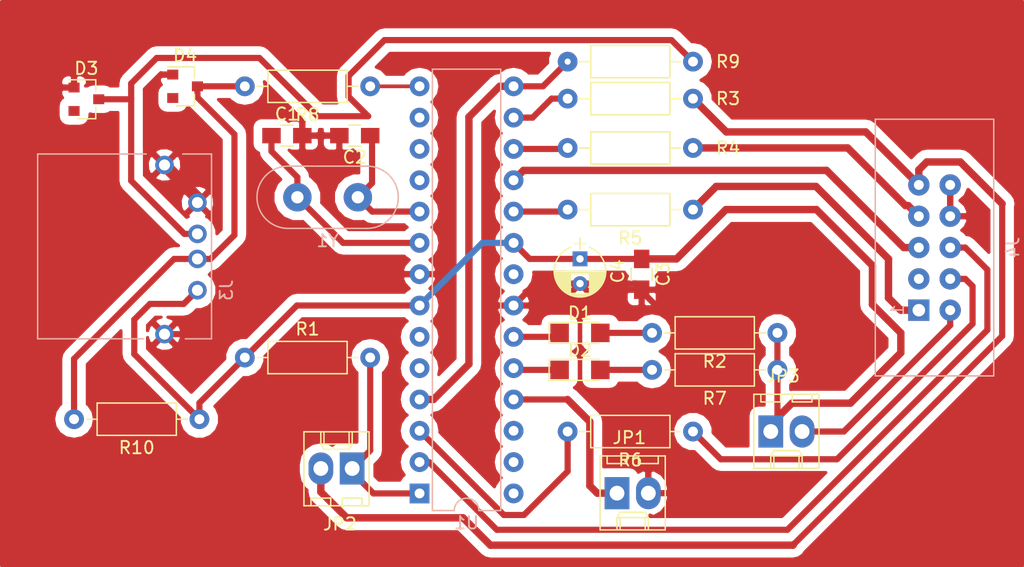
<source format=kicad_pcb>
(kicad_pcb (version 20170123) (host pcbnew "(2017-05-03 revision c70adcdf3)-master")

  (general
    (links 53)
    (no_connects 5)
    (area 12 12 95.6725 58.000001)
    (thickness 1.5)
    (drawings 0)
    (tracks 187)
    (zones 0)
    (modules 25)
    (nets 36)
  )

  (page A4)
  (title_block
    (title USBASP)
    (date 2017-05-22)
    (rev 1)
  )

  (layers
    (0 F.Cu signal)
    (31 B.Cu signal)
    (32 B.Adhes user)
    (33 F.Adhes user)
    (34 B.Paste user)
    (35 F.Paste user)
    (36 B.SilkS user)
    (37 F.SilkS user)
    (38 B.Mask user)
    (39 F.Mask user)
    (40 Dwgs.User user)
    (41 Cmts.User user)
    (42 Eco1.User user)
    (43 Eco2.User user)
    (44 Edge.Cuts user)
    (45 Margin user)
    (46 B.CrtYd user)
    (47 F.CrtYd user)
    (48 B.Fab user)
    (49 F.Fab user)
  )

  (setup
    (last_trace_width 0.6)
    (trace_clearance 0.7)
    (zone_clearance 0.508)
    (zone_45_only no)
    (trace_min 0.2)
    (segment_width 0.2)
    (edge_width 0.15)
    (via_size 1.5)
    (via_drill 0.5)
    (via_min_size 0.5)
    (via_min_drill 0.5)
    (uvia_size 0.3)
    (uvia_drill 0.1)
    (uvias_allowed no)
    (uvia_min_size 0.2)
    (uvia_min_drill 0.1)
    (pcb_text_width 0.3)
    (pcb_text_size 1.5 1.5)
    (mod_edge_width 0.15)
    (mod_text_size 1 1)
    (mod_text_width 0.15)
    (pad_size 1.7272 1.7272)
    (pad_drill 0.8)
    (pad_to_mask_clearance 0.2)
    (aux_axis_origin 0 0)
    (visible_elements FFFFEF7F)
    (pcbplotparams
      (layerselection 0x00030_ffffffff)
      (usegerberextensions false)
      (excludeedgelayer true)
      (linewidth 0.100000)
      (plotframeref false)
      (viasonmask false)
      (mode 1)
      (useauxorigin false)
      (hpglpennumber 1)
      (hpglpenspeed 20)
      (hpglpendiameter 15)
      (psnegative false)
      (psa4output false)
      (plotreference true)
      (plotvalue true)
      (plotinvisibletext false)
      (padsonsilk false)
      (subtractmaskfromsilk false)
      (outputformat 1)
      (mirror false)
      (drillshape 1)
      (scaleselection 1)
      (outputdirectory ""))
  )

  (net 0 "")
  (net 1 GND)
  (net 2 "Net-(R9-Pad1)")
  (net 3 "Net-(J4-Pad1)")
  (net 4 "Net-(R4-Pad2)")
  (net 5 "Net-(R3-Pad2)")
  (net 6 "Net-(J4-Pad5)")
  (net 7 +5V)
  (net 8 "Net-(D1-Pad2)")
  (net 9 "Net-(JP2-Pad1)")
  (net 10 "Net-(J4-Pad7)")
  (net 11 "Net-(R5-Pad2)")
  (net 12 "Net-(R6-Pad2)")
  (net 13 "Net-(J4-Pad4)")
  (net 14 "Net-(D2-Pad2)")
  (net 15 "Net-(R8-Pad1)")
  (net 16 "Net-(D2-Pad1)")
  (net 17 "Net-(D1-Pad1)")
  (net 18 "Net-(U1-Pad28)")
  (net 19 "Net-(U1-Pad27)")
  (net 20 "Net-(U1-Pad13)")
  (net 21 "Net-(U1-Pad26)")
  (net 22 "Net-(U1-Pad12)")
  (net 23 "Net-(JP1-Pad1)")
  (net 24 "Net-(U1-Pad11)")
  (net 25 "Net-(C2-Pad1)")
  (net 26 "Net-(C1-Pad1)")
  (net 27 "Net-(U1-Pad21)")
  (net 28 "Net-(U1-Pad6)")
  (net 29 "Net-(U1-Pad5)")
  (net 30 "Net-(J4-Pad9)")
  (net 31 "Net-(J4-Pad6)")
  (net 32 "Net-(J4-Pad2)")
  (net 33 "Net-(J4-Pad3)")
  (net 34 "Net-(D4-Pad3)")
  (net 35 "Net-(D3-Pad3)")

  (net_class Default "This is the default net class."
    (clearance 0.7)
    (trace_width 0.6)
    (via_dia 1.5)
    (via_drill 0.5)
    (uvia_dia 0.3)
    (uvia_drill 0.1)
    (diff_pair_gap 0.2)
    (diff_pair_width 0.2)
    (add_net +5V)
    (add_net GND)
    (add_net "Net-(C1-Pad1)")
    (add_net "Net-(C2-Pad1)")
    (add_net "Net-(D1-Pad1)")
    (add_net "Net-(D1-Pad2)")
    (add_net "Net-(D2-Pad1)")
    (add_net "Net-(D2-Pad2)")
    (add_net "Net-(D3-Pad3)")
    (add_net "Net-(D4-Pad3)")
    (add_net "Net-(J4-Pad1)")
    (add_net "Net-(J4-Pad2)")
    (add_net "Net-(J4-Pad3)")
    (add_net "Net-(J4-Pad4)")
    (add_net "Net-(J4-Pad5)")
    (add_net "Net-(J4-Pad6)")
    (add_net "Net-(J4-Pad7)")
    (add_net "Net-(J4-Pad9)")
    (add_net "Net-(JP1-Pad1)")
    (add_net "Net-(JP2-Pad1)")
    (add_net "Net-(R3-Pad2)")
    (add_net "Net-(R4-Pad2)")
    (add_net "Net-(R5-Pad2)")
    (add_net "Net-(R6-Pad2)")
    (add_net "Net-(R8-Pad1)")
    (add_net "Net-(R9-Pad1)")
    (add_net "Net-(U1-Pad11)")
    (add_net "Net-(U1-Pad12)")
    (add_net "Net-(U1-Pad13)")
    (add_net "Net-(U1-Pad21)")
    (add_net "Net-(U1-Pad26)")
    (add_net "Net-(U1-Pad27)")
    (add_net "Net-(U1-Pad28)")
    (add_net "Net-(U1-Pad5)")
    (add_net "Net-(U1-Pad6)")
  )

  (net_class 1 ""
    (clearance 0.7)
    (trace_width 0.6)
    (via_dia 1.2)
    (via_drill 0.5)
    (uvia_dia 0.3)
    (uvia_drill 0.1)
    (diff_pair_gap 0.2)
    (diff_pair_width 0.2)
  )

  (module Connectors_Molex:Molex_KK-6410-02_02x2.54mm_Straight (layer F.Cu) (tedit 58EE6EE4) (tstamp 592358EE)
    (at 40.54 50 180)
    (descr "Connector Headers with Friction Lock, 22-27-2021, http://www.molex.com/pdm_docs/sd/022272021_sd.pdf")
    (tags "connector molex kk_6410 22-27-2021")
    (path /59224038)
    (fp_text reference JP2 (at 1 -4.5 180) (layer F.SilkS)
      (effects (font (size 1 1) (thickness 0.15)))
    )
    (fp_text value selfprogramming (at 4.01 3.08 180) (layer F.Fab)
      (effects (font (size 1 1) (thickness 0.15)))
    )
    (fp_line (start -1.47 -3.12) (end -1.47 3.08) (layer F.Fab) (width 0.12))
    (fp_line (start -1.47 3.08) (end 4.01 3.08) (layer F.Fab) (width 0.12))
    (fp_line (start 4.01 3.08) (end 4.01 -3.12) (layer F.Fab) (width 0.12))
    (fp_line (start 4.01 -3.12) (end -1.47 -3.12) (layer F.Fab) (width 0.12))
    (fp_line (start -1.37 -3.02) (end -1.37 2.98) (layer F.SilkS) (width 0.12))
    (fp_line (start -1.37 2.98) (end 3.91 2.98) (layer F.SilkS) (width 0.12))
    (fp_line (start 3.91 2.98) (end 3.91 -3.02) (layer F.SilkS) (width 0.12))
    (fp_line (start 3.91 -3.02) (end -1.37 -3.02) (layer F.SilkS) (width 0.12))
    (fp_line (start 0 2.98) (end 0 1.98) (layer F.SilkS) (width 0.12))
    (fp_line (start 0 1.98) (end 2.54 1.98) (layer F.SilkS) (width 0.12))
    (fp_line (start 2.54 1.98) (end 2.54 2.98) (layer F.SilkS) (width 0.12))
    (fp_line (start 0 1.98) (end 0.25 1.55) (layer F.SilkS) (width 0.12))
    (fp_line (start 0.25 1.55) (end 2.29 1.55) (layer F.SilkS) (width 0.12))
    (fp_line (start 2.29 1.55) (end 2.54 1.98) (layer F.SilkS) (width 0.12))
    (fp_line (start 0.25 2.98) (end 0.25 1.98) (layer F.SilkS) (width 0.12))
    (fp_line (start 2.29 2.98) (end 2.29 1.98) (layer F.SilkS) (width 0.12))
    (fp_line (start -0.8 -3.02) (end -0.8 -2.4) (layer F.SilkS) (width 0.12))
    (fp_line (start -0.8 -2.4) (end 0.8 -2.4) (layer F.SilkS) (width 0.12))
    (fp_line (start 0.8 -2.4) (end 0.8 -3.02) (layer F.SilkS) (width 0.12))
    (fp_line (start 1.74 -3.02) (end 1.74 -2.4) (layer F.SilkS) (width 0.12))
    (fp_line (start 1.74 -2.4) (end 3.34 -2.4) (layer F.SilkS) (width 0.12))
    (fp_line (start 3.34 -2.4) (end 3.34 -3.02) (layer F.SilkS) (width 0.12))
    (fp_line (start -1.9 3.5) (end -1.9 -3.55) (layer F.CrtYd) (width 0.05))
    (fp_line (start -1.9 -3.55) (end 4.45 -3.55) (layer F.CrtYd) (width 0.05))
    (fp_line (start 4.45 -3.55) (end 4.45 3.5) (layer F.CrtYd) (width 0.05))
    (fp_line (start 4.45 3.5) (end -1.9 3.5) (layer F.CrtYd) (width 0.05))
    (fp_text user %R (at 1.27 0 180) (layer F.Fab)
      (effects (font (size 1 1) (thickness 0.15)))
    )
    (pad 1 thru_hole rect (at 0 0 180) (size 2 2.6) (drill 1.2) (layers *.Cu *.Mask)
      (net 9 "Net-(JP2-Pad1)"))
    (pad 2 thru_hole oval (at 2.54 0 180) (size 2 2.6) (drill 1.2) (layers *.Cu *.Mask)
      (net 30 "Net-(J4-Pad9)"))
    (model ${KISYS3DMOD}/Connectors_Molex.3dshapes/Molex_KK-6410-02_02x2.54mm_Straight.wrl
      (at (xyz 0 0 0))
      (scale (xyz 1 1 1))
      (rotate (xyz 0 0 0))
    )
  )

  (module Resistors_THT:R_Axial_DIN0207_L6.3mm_D2.5mm_P10.16mm_Horizontal (layer F.Cu) (tedit 5874F706) (tstamp 59235577)
    (at 75 39 180)
    (descr "Resistor, Axial_DIN0207 series, Axial, Horizontal, pin pitch=10.16mm, 0.25W = 1/4W, length*diameter=6.3*2.5mm^2, http://cdn-reichelt.de/documents/datenblatt/B400/1_4W%23YAG.pdf")
    (tags "Resistor Axial_DIN0207 series Axial Horizontal pin pitch 10.16mm 0.25W = 1/4W length 6.3mm diameter 2.5mm")
    (path /5921E688)
    (fp_text reference R2 (at 5.08 -2.31 180) (layer F.SilkS)
      (effects (font (size 1 1) (thickness 0.15)))
    )
    (fp_text value 1K (at 5.08 0 180) (layer F.Fab)
      (effects (font (size 1 1) (thickness 0.15)))
    )
    (fp_line (start 1.93 -1.25) (end 1.93 1.25) (layer F.Fab) (width 0.1))
    (fp_line (start 1.93 1.25) (end 8.23 1.25) (layer F.Fab) (width 0.1))
    (fp_line (start 8.23 1.25) (end 8.23 -1.25) (layer F.Fab) (width 0.1))
    (fp_line (start 8.23 -1.25) (end 1.93 -1.25) (layer F.Fab) (width 0.1))
    (fp_line (start 0 0) (end 1.93 0) (layer F.Fab) (width 0.1))
    (fp_line (start 10.16 0) (end 8.23 0) (layer F.Fab) (width 0.1))
    (fp_line (start 1.87 -1.31) (end 1.87 1.31) (layer F.SilkS) (width 0.12))
    (fp_line (start 1.87 1.31) (end 8.29 1.31) (layer F.SilkS) (width 0.12))
    (fp_line (start 8.29 1.31) (end 8.29 -1.31) (layer F.SilkS) (width 0.12))
    (fp_line (start 8.29 -1.31) (end 1.87 -1.31) (layer F.SilkS) (width 0.12))
    (fp_line (start 0.98 0) (end 1.87 0) (layer F.SilkS) (width 0.12))
    (fp_line (start 9.18 0) (end 8.29 0) (layer F.SilkS) (width 0.12))
    (fp_line (start -1.05 -1.6) (end -1.05 1.6) (layer F.CrtYd) (width 0.05))
    (fp_line (start -1.05 1.6) (end 11.25 1.6) (layer F.CrtYd) (width 0.05))
    (fp_line (start 11.25 1.6) (end 11.25 -1.6) (layer F.CrtYd) (width 0.05))
    (fp_line (start 11.25 -1.6) (end -1.05 -1.6) (layer F.CrtYd) (width 0.05))
    (pad 1 thru_hole circle (at 0 0 180) (size 1.6 1.6) (drill 0.8) (layers *.Cu *.Mask)
      (net 7 +5V))
    (pad 2 thru_hole oval (at 10.16 0 180) (size 1.6 1.6) (drill 0.8) (layers *.Cu *.Mask)
      (net 8 "Net-(D1-Pad2)"))
    (model Resistors_THT.3dshapes/R_Axial_DIN0207_L6.3mm_D2.5mm_P10.16mm_Horizontal.wrl
      (at (xyz 0 0 0))
      (scale (xyz 0.393701 0.393701 0.393701))
      (rotate (xyz 0 0 0))
    )
  )

  (module Housings_DIP:DIP-28_W7.62mm (layer B.Cu) (tedit 59221E7C) (tstamp 592357CB)
    (at 46 52.02)
    (descr "28-lead dip package, row spacing 7.62 mm (300 mils)")
    (tags "DIL DIP PDIP 2.54mm 7.62mm 300mil")
    (path /5921E579)
    (fp_text reference U1 (at 3.81 2.39) (layer B.SilkS)
      (effects (font (size 1 1) (thickness 0.15)) (justify mirror))
    )
    (fp_text value ATMEGA8-16PU (at 3.81 -35.41) (layer B.Fab)
      (effects (font (size 1 1) (thickness 0.15)) (justify mirror))
    )
    (fp_arc (start 3.81 1.39) (end 2.81 1.39) (angle 180) (layer B.SilkS) (width 0.12))
    (fp_line (start 8.7 1.6) (end -1.1 1.6) (layer B.CrtYd) (width 0.05))
    (fp_line (start 8.7 -34.6) (end 8.7 1.6) (layer B.CrtYd) (width 0.05))
    (fp_line (start -1.1 -34.6) (end 8.7 -34.6) (layer B.CrtYd) (width 0.05))
    (fp_line (start -1.1 1.6) (end -1.1 -34.6) (layer B.CrtYd) (width 0.05))
    (fp_line (start 6.58 1.39) (end 4.81 1.39) (layer B.SilkS) (width 0.12))
    (fp_line (start 6.58 -34.41) (end 6.58 1.39) (layer B.SilkS) (width 0.12))
    (fp_line (start 1.04 -34.41) (end 6.58 -34.41) (layer B.SilkS) (width 0.12))
    (fp_line (start 1.04 1.39) (end 1.04 -34.41) (layer B.SilkS) (width 0.12))
    (fp_line (start 2.81 1.39) (end 1.04 1.39) (layer B.SilkS) (width 0.12))
    (fp_line (start 0.635 0.27) (end 1.635 1.27) (layer B.Fab) (width 0.1))
    (fp_line (start 0.635 -34.29) (end 0.635 0.27) (layer B.Fab) (width 0.1))
    (fp_line (start 6.985 -34.29) (end 0.635 -34.29) (layer B.Fab) (width 0.1))
    (fp_line (start 6.985 1.27) (end 6.985 -34.29) (layer B.Fab) (width 0.1))
    (fp_line (start 1.635 1.27) (end 6.985 1.27) (layer B.Fab) (width 0.1))
    (fp_text user %R (at 3.81 -16.51) (layer B.Fab)
      (effects (font (size 1 1) (thickness 0.15)) (justify mirror))
    )
    (pad 28 thru_hole oval (at 7.62 0) (size 1.6 1.6) (drill 0.8) (layers *.Cu *.Mask)
      (net 18 "Net-(U1-Pad28)"))
    (pad 14 thru_hole oval (at 0 -33.02) (size 1.6 1.6) (drill 0.8) (layers *.Cu *.Mask)
      (net 15 "Net-(R8-Pad1)"))
    (pad 27 thru_hole oval (at 7.62 -2.54) (size 1.6 1.6) (drill 0.8) (layers *.Cu *.Mask)
      (net 19 "Net-(U1-Pad27)"))
    (pad 13 thru_hole oval (at 0 -30.48) (size 1.6 1.6) (drill 0.8) (layers *.Cu *.Mask)
      (net 20 "Net-(U1-Pad13)"))
    (pad 26 thru_hole oval (at 7.62 -5.08) (size 1.6 1.6) (drill 0.8) (layers *.Cu *.Mask)
      (net 21 "Net-(U1-Pad26)"))
    (pad 12 thru_hole oval (at 0 -27.94) (size 1.6 1.6) (drill 0.8) (layers *.Cu *.Mask)
      (net 22 "Net-(U1-Pad12)"))
    (pad 25 thru_hole oval (at 7.62 -7.62) (size 1.6 1.6) (drill 0.8) (layers *.Cu *.Mask)
      (net 23 "Net-(JP1-Pad1)"))
    (pad 11 thru_hole oval (at 0 -25.4) (size 1.6 1.6) (drill 0.8) (layers *.Cu *.Mask)
      (net 24 "Net-(U1-Pad11)"))
    (pad 24 thru_hole oval (at 7.62 -10.16) (size 1.6 1.6) (drill 0.8) (layers *.Cu *.Mask)
      (net 16 "Net-(D2-Pad1)"))
    (pad 10 thru_hole oval (at 0 -22.86) (size 1.6 1.6) (drill 0.8) (layers *.Cu *.Mask)
      (net 25 "Net-(C2-Pad1)"))
    (pad 23 thru_hole oval (at 7.62 -12.7) (size 1.6 1.6) (drill 0.8) (layers *.Cu *.Mask)
      (net 17 "Net-(D1-Pad1)"))
    (pad 9 thru_hole oval (at 0 -20.32) (size 1.6 1.6) (drill 0.8) (layers *.Cu *.Mask)
      (net 26 "Net-(C1-Pad1)"))
    (pad 22 thru_hole oval (at 7.62 -15.24) (size 1.6 1.6) (drill 0.8) (layers *.Cu *.Mask)
      (net 1 GND))
    (pad 8 thru_hole oval (at 0 -17.78) (size 1.6 1.6) (drill 0.8) (layers *.Cu *.Mask)
      (net 1 GND))
    (pad 21 thru_hole oval (at 7.62 -17.78) (size 1.6 1.6) (drill 0.8) (layers *.Cu *.Mask)
      (net 27 "Net-(U1-Pad21)"))
    (pad 7 thru_hole oval (at 0 -15.24) (size 1.6 1.6) (drill 0.8) (layers *.Cu *.Mask)
      (net 7 +5V))
    (pad 20 thru_hole oval (at 7.62 -20.32) (size 1.6 1.6) (drill 0.8) (layers *.Cu *.Mask)
      (net 7 +5V))
    (pad 6 thru_hole oval (at 0 -12.7) (size 1.6 1.6) (drill 0.8) (layers *.Cu *.Mask)
      (net 28 "Net-(U1-Pad6)"))
    (pad 19 thru_hole oval (at 7.62 -22.86) (size 1.6 1.6) (drill 0.8) (layers *.Cu *.Mask)
      (net 11 "Net-(R5-Pad2)"))
    (pad 5 thru_hole oval (at 0 -10.16) (size 1.6 1.6) (drill 0.8) (layers *.Cu *.Mask)
      (net 29 "Net-(U1-Pad5)"))
    (pad 18 thru_hole oval (at 7.62 -25.4) (size 1.6 1.6) (drill 0.8) (layers *.Cu *.Mask)
      (net 6 "Net-(J4-Pad5)"))
    (pad 4 thru_hole oval (at 0 -7.62) (size 1.6 1.6) (drill 0.8) (layers *.Cu *.Mask)
      (net 2 "Net-(R9-Pad1)"))
    (pad 17 thru_hole oval (at 7.62 -27.94) (size 1.6 1.6) (drill 0.8) (layers *.Cu *.Mask)
      (net 4 "Net-(R4-Pad2)"))
    (pad 3 thru_hole oval (at 0 -5.08) (size 1.6 1.6) (drill 0.8) (layers *.Cu *.Mask)
      (net 12 "Net-(R6-Pad2)"))
    (pad 16 thru_hole oval (at 7.62 -30.48) (size 1.6 1.6) (drill 0.8) (layers *.Cu *.Mask)
      (net 5 "Net-(R3-Pad2)"))
    (pad 2 thru_hole oval (at 0 -2.54) (size 1.6 1.6) (drill 0.8) (layers *.Cu *.Mask)
      (net 31 "Net-(J4-Pad6)"))
    (pad 15 thru_hole oval (at 7.62 -33.02) (size 1.6 1.6) (drill 0.8) (layers *.Cu *.Mask)
      (net 2 "Net-(R9-Pad1)"))
    (pad 1 thru_hole rect (at 0 0) (size 1.6 1.6) (drill 0.8) (layers *.Cu *.Mask)
      (net 9 "Net-(JP2-Pad1)"))
    (model ${KISYS3DMOD}/Housings_DIP.3dshapes/DIP-28_W7.62mm.wrl
      (at (xyz 0 0 0))
      (scale (xyz 1 1 1))
      (rotate (xyz 0 0 0))
    )
  )

  (module Connectors:USB_A (layer B.Cu) (tedit 59234D46) (tstamp 592359A3)
    (at 28 35.54 90)
    (descr "USB A connector")
    (tags "USB USB_A")
    (path /592200BE)
    (fp_text reference J3 (at 0 2.35 90) (layer B.SilkS)
      (effects (font (size 1 1) (thickness 0.15)) (justify mirror))
    )
    (fp_text value USB_A (at 3.84 -7.44 90) (layer B.Fab)
      (effects (font (size 1 1) (thickness 0.15)) (justify mirror))
    )
    (fp_line (start -3.94 -4.35) (end -3.94 -12.95) (layer B.SilkS) (width 0.12))
    (fp_line (start 11.05 -4.15) (end 11.05 -12.95) (layer B.SilkS) (width 0.12))
    (fp_line (start 11.05 -12.95) (end -3.94 -12.95) (layer B.SilkS) (width 0.12))
    (fp_line (start 11.05 1.14) (end -3.94 1.14) (layer B.SilkS) (width 0.12))
    (fp_line (start -3.94 1.14) (end -3.94 -0.98) (layer B.SilkS) (width 0.12))
    (fp_line (start 11.05 1.14) (end 11.05 -1.19) (layer B.SilkS) (width 0.12))
    (fp_line (start -5.3 1.4) (end 11.95 1.4) (layer B.CrtYd) (width 0.05))
    (fp_line (start -5.3 -13.2) (end 11.95 -13.2) (layer B.CrtYd) (width 0.05))
    (fp_line (start 11.95 1.4) (end 11.95 -13.2) (layer B.CrtYd) (width 0.05))
    (fp_line (start -5.3 -13.2) (end -5.3 1.4) (layer B.CrtYd) (width 0.05))
    (pad 5 thru_hole circle (at -3.56 -2.67 180) (size 1.5 1.5) (drill 0.9) (layers *.Cu *.Mask)
      (net 1 GND))
    (pad 5 thru_hole circle (at 10.16 -2.67 180) (size 1.5 1.5) (drill 0.9) (layers *.Cu *.Mask)
      (net 1 GND))
    (pad 1 thru_hole circle (at 0 0 180) (size 1.5 1.5) (drill 0.9) (layers *.Cu *.Mask)
      (net 7 +5V))
    (pad 2 thru_hole circle (at 2.54 0 180) (size 1.5 1.5) (drill 0.9) (layers *.Cu *.Mask)
      (net 34 "Net-(D4-Pad3)"))
    (pad 3 thru_hole circle (at 4.57 0 180) (size 1.5 1.5) (drill 0.9) (layers *.Cu *.Mask)
      (net 35 "Net-(D3-Pad3)"))
    (pad 4 thru_hole circle (at 7.11 0 180) (size 1.5 1.5) (drill 0.9) (layers *.Cu *.Mask)
      (net 1 GND))
    (model Connectors.3dshapes/USB_A.wrl
      (at (xyz 0.14 0 0))
      (scale (xyz 1 1 1))
      (rotate (xyz 0 0 90))
    )
  )

  (module Capacitors_SMD:C_0805_HandSoldering (layer F.Cu) (tedit 58AA84A8) (tstamp 59235BF7)
    (at 40.75 23 180)
    (descr "Capacitor SMD 0805, hand soldering")
    (tags "capacitor 0805")
    (path /5921EB8A)
    (attr smd)
    (fp_text reference C2 (at 0 -1.75 180) (layer F.SilkS)
      (effects (font (size 1 1) (thickness 0.15)))
    )
    (fp_text value 22p (at -2.25 1.75 180) (layer F.Fab)
      (effects (font (size 1 1) (thickness 0.15)))
    )
    (fp_line (start 2.25 0.87) (end -2.25 0.87) (layer F.CrtYd) (width 0.05))
    (fp_line (start 2.25 0.87) (end 2.25 -0.88) (layer F.CrtYd) (width 0.05))
    (fp_line (start -2.25 -0.88) (end -2.25 0.87) (layer F.CrtYd) (width 0.05))
    (fp_line (start -2.25 -0.88) (end 2.25 -0.88) (layer F.CrtYd) (width 0.05))
    (fp_line (start -0.5 0.85) (end 0.5 0.85) (layer F.SilkS) (width 0.12))
    (fp_line (start 0.5 -0.85) (end -0.5 -0.85) (layer F.SilkS) (width 0.12))
    (fp_line (start -1 -0.62) (end 1 -0.62) (layer F.Fab) (width 0.1))
    (fp_line (start 1 -0.62) (end 1 0.62) (layer F.Fab) (width 0.1))
    (fp_line (start 1 0.62) (end -1 0.62) (layer F.Fab) (width 0.1))
    (fp_line (start -1 0.62) (end -1 -0.62) (layer F.Fab) (width 0.1))
    (fp_text user %R (at 0 -1.75 180) (layer F.Fab)
      (effects (font (size 1 1) (thickness 0.15)))
    )
    (pad 2 smd rect (at 1.25 0 180) (size 1.5 1.25) (layers F.Cu F.Paste F.Mask)
      (net 1 GND))
    (pad 1 smd rect (at -1.25 0 180) (size 1.5 1.25) (layers F.Cu F.Paste F.Mask)
      (net 25 "Net-(C2-Pad1)"))
    (model Capacitors_SMD.3dshapes/C_0805.wrl
      (at (xyz 0 0 0))
      (scale (xyz 1 1 1))
      (rotate (xyz 0 0 0))
    )
  )

  (module Capacitors_SMD:C_0805_HandSoldering (layer F.Cu) (tedit 58AA84A8) (tstamp 59235BC6)
    (at 64 34.25 270)
    (descr "Capacitor SMD 0805, hand soldering")
    (tags "capacitor 0805")
    (path /5921E9C8)
    (attr smd)
    (fp_text reference C3 (at 0 -1.75 270) (layer F.SilkS)
      (effects (font (size 1 1) (thickness 0.15)))
    )
    (fp_text value 0.1u (at 0 1.75 270) (layer F.Fab)
      (effects (font (size 1 1) (thickness 0.15)))
    )
    (fp_text user %R (at 0 -1.75 270) (layer F.Fab)
      (effects (font (size 1 1) (thickness 0.15)))
    )
    (fp_line (start -1 0.62) (end -1 -0.62) (layer F.Fab) (width 0.1))
    (fp_line (start 1 0.62) (end -1 0.62) (layer F.Fab) (width 0.1))
    (fp_line (start 1 -0.62) (end 1 0.62) (layer F.Fab) (width 0.1))
    (fp_line (start -1 -0.62) (end 1 -0.62) (layer F.Fab) (width 0.1))
    (fp_line (start 0.5 -0.85) (end -0.5 -0.85) (layer F.SilkS) (width 0.12))
    (fp_line (start -0.5 0.85) (end 0.5 0.85) (layer F.SilkS) (width 0.12))
    (fp_line (start -2.25 -0.88) (end 2.25 -0.88) (layer F.CrtYd) (width 0.05))
    (fp_line (start -2.25 -0.88) (end -2.25 0.87) (layer F.CrtYd) (width 0.05))
    (fp_line (start 2.25 0.87) (end 2.25 -0.88) (layer F.CrtYd) (width 0.05))
    (fp_line (start 2.25 0.87) (end -2.25 0.87) (layer F.CrtYd) (width 0.05))
    (pad 1 smd rect (at -1.25 0 270) (size 1.5 1.25) (layers F.Cu F.Paste F.Mask)
      (net 7 +5V))
    (pad 2 smd rect (at 1.25 0 270) (size 1.5 1.25) (layers F.Cu F.Paste F.Mask)
      (net 1 GND))
    (model Capacitors_SMD.3dshapes/C_0805.wrl
      (at (xyz 0 0 0))
      (scale (xyz 1 1 1))
      (rotate (xyz 0 0 0))
    )
  )

  (module Capacitors_SMD:C_0805_HandSoldering (layer F.Cu) (tedit 58AA84A8) (tstamp 59235B95)
    (at 35.25 23)
    (descr "Capacitor SMD 0805, hand soldering")
    (tags "capacitor 0805")
    (path /5921EB2A)
    (attr smd)
    (fp_text reference C1 (at 0 -1.75) (layer F.SilkS)
      (effects (font (size 1 1) (thickness 0.15)))
    )
    (fp_text value 22p (at -2.25 -2) (layer F.Fab)
      (effects (font (size 1 1) (thickness 0.15)))
    )
    (fp_line (start 2.25 0.87) (end -2.25 0.87) (layer F.CrtYd) (width 0.05))
    (fp_line (start 2.25 0.87) (end 2.25 -0.88) (layer F.CrtYd) (width 0.05))
    (fp_line (start -2.25 -0.88) (end -2.25 0.87) (layer F.CrtYd) (width 0.05))
    (fp_line (start -2.25 -0.88) (end 2.25 -0.88) (layer F.CrtYd) (width 0.05))
    (fp_line (start -0.5 0.85) (end 0.5 0.85) (layer F.SilkS) (width 0.12))
    (fp_line (start 0.5 -0.85) (end -0.5 -0.85) (layer F.SilkS) (width 0.12))
    (fp_line (start -1 -0.62) (end 1 -0.62) (layer F.Fab) (width 0.1))
    (fp_line (start 1 -0.62) (end 1 0.62) (layer F.Fab) (width 0.1))
    (fp_line (start 1 0.62) (end -1 0.62) (layer F.Fab) (width 0.1))
    (fp_line (start -1 0.62) (end -1 -0.62) (layer F.Fab) (width 0.1))
    (fp_text user %R (at 0 -1.75) (layer F.Fab)
      (effects (font (size 1 1) (thickness 0.15)))
    )
    (pad 2 smd rect (at 1.25 0) (size 1.5 1.25) (layers F.Cu F.Paste F.Mask)
      (net 1 GND))
    (pad 1 smd rect (at -1.25 0) (size 1.5 1.25) (layers F.Cu F.Paste F.Mask)
      (net 26 "Net-(C1-Pad1)"))
    (model Capacitors_SMD.3dshapes/C_0805.wrl
      (at (xyz 0 0 0))
      (scale (xyz 1 1 1))
      (rotate (xyz 0 0 0))
    )
  )

  (module Capacitors_THT:CP_Radial_D4.0mm_P2.00mm (layer F.Cu) (tedit 5920C256) (tstamp 59235AA8)
    (at 59 33 270)
    (descr "CP, Radial series, Radial, pin pitch=2.00mm, , diameter=4mm, Electrolytic Capacitor")
    (tags "CP Radial series Radial pin pitch 2.00mm  diameter 4mm Electrolytic Capacitor")
    (path /5921E92D)
    (fp_text reference C4 (at 1 -3.06 270) (layer F.SilkS)
      (effects (font (size 1 1) (thickness 0.15)))
    )
    (fp_text value 4.7u (at 1 3.06 270) (layer F.Fab)
      (effects (font (size 1 1) (thickness 0.15)))
    )
    (fp_arc (start 1 0) (end 2.938995 -0.78) (angle 43.8) (layer F.SilkS) (width 0.12))
    (fp_arc (start 1 0) (end -0.938995 0.78) (angle -136.2) (layer F.SilkS) (width 0.12))
    (fp_arc (start 1 0) (end -0.938995 -0.78) (angle 136.2) (layer F.SilkS) (width 0.12))
    (fp_circle (center 1 0) (end 3 0) (layer F.Fab) (width 0.1))
    (fp_line (start 3.35 -2.35) (end -1.35 -2.35) (layer F.CrtYd) (width 0.05))
    (fp_line (start 3.35 2.35) (end 3.35 -2.35) (layer F.CrtYd) (width 0.05))
    (fp_line (start -1.35 2.35) (end 3.35 2.35) (layer F.CrtYd) (width 0.05))
    (fp_line (start -1.35 -2.35) (end -1.35 2.35) (layer F.CrtYd) (width 0.05))
    (fp_line (start -1.25 -0.45) (end -1.25 0.45) (layer F.SilkS) (width 0.12))
    (fp_line (start -1.7 0) (end -0.8 0) (layer F.SilkS) (width 0.12))
    (fp_line (start 3.081 -0.165) (end 3.081 0.165) (layer F.SilkS) (width 0.12))
    (fp_line (start 3.041 -0.415) (end 3.041 0.415) (layer F.SilkS) (width 0.12))
    (fp_line (start 3.001 -0.567) (end 3.001 0.567) (layer F.SilkS) (width 0.12))
    (fp_line (start 2.961 -0.686) (end 2.961 0.686) (layer F.SilkS) (width 0.12))
    (fp_line (start 2.921 -0.786) (end 2.921 0.786) (layer F.SilkS) (width 0.12))
    (fp_line (start 2.881 -0.874) (end 2.881 0.874) (layer F.SilkS) (width 0.12))
    (fp_line (start 2.841 -0.952) (end 2.841 0.952) (layer F.SilkS) (width 0.12))
    (fp_line (start 2.801 -1.023) (end 2.801 1.023) (layer F.SilkS) (width 0.12))
    (fp_line (start 2.761 0.78) (end 2.761 1.088) (layer F.SilkS) (width 0.12))
    (fp_line (start 2.761 -1.088) (end 2.761 -0.78) (layer F.SilkS) (width 0.12))
    (fp_line (start 2.721 0.78) (end 2.721 1.148) (layer F.SilkS) (width 0.12))
    (fp_line (start 2.721 -1.148) (end 2.721 -0.78) (layer F.SilkS) (width 0.12))
    (fp_line (start 2.681 0.78) (end 2.681 1.204) (layer F.SilkS) (width 0.12))
    (fp_line (start 2.681 -1.204) (end 2.681 -0.78) (layer F.SilkS) (width 0.12))
    (fp_line (start 2.641 0.78) (end 2.641 1.256) (layer F.SilkS) (width 0.12))
    (fp_line (start 2.641 -1.256) (end 2.641 -0.78) (layer F.SilkS) (width 0.12))
    (fp_line (start 2.601 0.78) (end 2.601 1.305) (layer F.SilkS) (width 0.12))
    (fp_line (start 2.601 -1.305) (end 2.601 -0.78) (layer F.SilkS) (width 0.12))
    (fp_line (start 2.561 0.78) (end 2.561 1.351) (layer F.SilkS) (width 0.12))
    (fp_line (start 2.561 -1.351) (end 2.561 -0.78) (layer F.SilkS) (width 0.12))
    (fp_line (start 2.521 0.78) (end 2.521 1.395) (layer F.SilkS) (width 0.12))
    (fp_line (start 2.521 -1.395) (end 2.521 -0.78) (layer F.SilkS) (width 0.12))
    (fp_line (start 2.481 0.78) (end 2.481 1.436) (layer F.SilkS) (width 0.12))
    (fp_line (start 2.481 -1.436) (end 2.481 -0.78) (layer F.SilkS) (width 0.12))
    (fp_line (start 2.441 0.78) (end 2.441 1.475) (layer F.SilkS) (width 0.12))
    (fp_line (start 2.441 -1.475) (end 2.441 -0.78) (layer F.SilkS) (width 0.12))
    (fp_line (start 2.401 0.78) (end 2.401 1.512) (layer F.SilkS) (width 0.12))
    (fp_line (start 2.401 -1.512) (end 2.401 -0.78) (layer F.SilkS) (width 0.12))
    (fp_line (start 2.361 0.78) (end 2.361 1.547) (layer F.SilkS) (width 0.12))
    (fp_line (start 2.361 -1.547) (end 2.361 -0.78) (layer F.SilkS) (width 0.12))
    (fp_line (start 2.321 0.78) (end 2.321 1.581) (layer F.SilkS) (width 0.12))
    (fp_line (start 2.321 -1.581) (end 2.321 -0.78) (layer F.SilkS) (width 0.12))
    (fp_line (start 2.281 0.78) (end 2.281 1.613) (layer F.SilkS) (width 0.12))
    (fp_line (start 2.281 -1.613) (end 2.281 -0.78) (layer F.SilkS) (width 0.12))
    (fp_line (start 2.241 0.78) (end 2.241 1.643) (layer F.SilkS) (width 0.12))
    (fp_line (start 2.241 -1.643) (end 2.241 -0.78) (layer F.SilkS) (width 0.12))
    (fp_line (start 2.201 0.78) (end 2.201 1.672) (layer F.SilkS) (width 0.12))
    (fp_line (start 2.201 -1.672) (end 2.201 -0.78) (layer F.SilkS) (width 0.12))
    (fp_line (start 2.161 0.78) (end 2.161 1.699) (layer F.SilkS) (width 0.12))
    (fp_line (start 2.161 -1.699) (end 2.161 -0.78) (layer F.SilkS) (width 0.12))
    (fp_line (start 2.121 0.78) (end 2.121 1.725) (layer F.SilkS) (width 0.12))
    (fp_line (start 2.121 -1.725) (end 2.121 -0.78) (layer F.SilkS) (width 0.12))
    (fp_line (start 2.081 0.78) (end 2.081 1.75) (layer F.SilkS) (width 0.12))
    (fp_line (start 2.081 -1.75) (end 2.081 -0.78) (layer F.SilkS) (width 0.12))
    (fp_line (start 2.041 0.78) (end 2.041 1.773) (layer F.SilkS) (width 0.12))
    (fp_line (start 2.041 -1.773) (end 2.041 -0.78) (layer F.SilkS) (width 0.12))
    (fp_line (start 2.001 0.78) (end 2.001 1.796) (layer F.SilkS) (width 0.12))
    (fp_line (start 2.001 -1.796) (end 2.001 -0.78) (layer F.SilkS) (width 0.12))
    (fp_line (start 1.961 0.78) (end 1.961 1.817) (layer F.SilkS) (width 0.12))
    (fp_line (start 1.961 -1.817) (end 1.961 -0.78) (layer F.SilkS) (width 0.12))
    (fp_line (start 1.921 0.78) (end 1.921 1.837) (layer F.SilkS) (width 0.12))
    (fp_line (start 1.921 -1.837) (end 1.921 -0.78) (layer F.SilkS) (width 0.12))
    (fp_line (start 1.881 0.78) (end 1.881 1.856) (layer F.SilkS) (width 0.12))
    (fp_line (start 1.881 -1.856) (end 1.881 -0.78) (layer F.SilkS) (width 0.12))
    (fp_line (start 1.841 0.78) (end 1.841 1.874) (layer F.SilkS) (width 0.12))
    (fp_line (start 1.841 -1.874) (end 1.841 -0.78) (layer F.SilkS) (width 0.12))
    (fp_line (start 1.801 0.78) (end 1.801 1.891) (layer F.SilkS) (width 0.12))
    (fp_line (start 1.801 -1.891) (end 1.801 -0.78) (layer F.SilkS) (width 0.12))
    (fp_line (start 1.761 0.78) (end 1.761 1.907) (layer F.SilkS) (width 0.12))
    (fp_line (start 1.761 -1.907) (end 1.761 -0.78) (layer F.SilkS) (width 0.12))
    (fp_line (start 1.721 0.78) (end 1.721 1.923) (layer F.SilkS) (width 0.12))
    (fp_line (start 1.721 -1.923) (end 1.721 -0.78) (layer F.SilkS) (width 0.12))
    (fp_line (start 1.68 0.78) (end 1.68 1.937) (layer F.SilkS) (width 0.12))
    (fp_line (start 1.68 -1.937) (end 1.68 -0.78) (layer F.SilkS) (width 0.12))
    (fp_line (start 1.64 0.78) (end 1.64 1.95) (layer F.SilkS) (width 0.12))
    (fp_line (start 1.64 -1.95) (end 1.64 -0.78) (layer F.SilkS) (width 0.12))
    (fp_line (start 1.6 0.78) (end 1.6 1.963) (layer F.SilkS) (width 0.12))
    (fp_line (start 1.6 -1.963) (end 1.6 -0.78) (layer F.SilkS) (width 0.12))
    (fp_line (start 1.56 0.78) (end 1.56 1.974) (layer F.SilkS) (width 0.12))
    (fp_line (start 1.56 -1.974) (end 1.56 -0.78) (layer F.SilkS) (width 0.12))
    (fp_line (start 1.52 0.78) (end 1.52 1.985) (layer F.SilkS) (width 0.12))
    (fp_line (start 1.52 -1.985) (end 1.52 -0.78) (layer F.SilkS) (width 0.12))
    (fp_line (start 1.48 0.78) (end 1.48 1.995) (layer F.SilkS) (width 0.12))
    (fp_line (start 1.48 -1.995) (end 1.48 -0.78) (layer F.SilkS) (width 0.12))
    (fp_line (start 1.44 0.78) (end 1.44 2.004) (layer F.SilkS) (width 0.12))
    (fp_line (start 1.44 -2.004) (end 1.44 -0.78) (layer F.SilkS) (width 0.12))
    (fp_line (start 1.4 0.78) (end 1.4 2.012) (layer F.SilkS) (width 0.12))
    (fp_line (start 1.4 -2.012) (end 1.4 -0.78) (layer F.SilkS) (width 0.12))
    (fp_line (start 1.36 0.78) (end 1.36 2.019) (layer F.SilkS) (width 0.12))
    (fp_line (start 1.36 -2.019) (end 1.36 -0.78) (layer F.SilkS) (width 0.12))
    (fp_line (start 1.32 0.78) (end 1.32 2.026) (layer F.SilkS) (width 0.12))
    (fp_line (start 1.32 -2.026) (end 1.32 -0.78) (layer F.SilkS) (width 0.12))
    (fp_line (start 1.28 0.78) (end 1.28 2.032) (layer F.SilkS) (width 0.12))
    (fp_line (start 1.28 -2.032) (end 1.28 -0.78) (layer F.SilkS) (width 0.12))
    (fp_line (start 1.24 0.78) (end 1.24 2.037) (layer F.SilkS) (width 0.12))
    (fp_line (start 1.24 -2.037) (end 1.24 -0.78) (layer F.SilkS) (width 0.12))
    (fp_line (start 1.2 -2.041) (end 1.2 2.041) (layer F.SilkS) (width 0.12))
    (fp_line (start 1.16 -2.044) (end 1.16 2.044) (layer F.SilkS) (width 0.12))
    (fp_line (start 1.12 -2.047) (end 1.12 2.047) (layer F.SilkS) (width 0.12))
    (fp_line (start 1.08 -2.049) (end 1.08 2.049) (layer F.SilkS) (width 0.12))
    (fp_line (start 1.04 -2.05) (end 1.04 2.05) (layer F.SilkS) (width 0.12))
    (fp_line (start 1 -2.05) (end 1 2.05) (layer F.SilkS) (width 0.12))
    (fp_line (start -1.25 -0.45) (end -1.25 0.45) (layer F.Fab) (width 0.1))
    (fp_line (start -1.7 0) (end -0.8 0) (layer F.Fab) (width 0.1))
    (fp_text user %R (at 0.65 0 270) (layer F.Fab)
      (effects (font (size 1 1) (thickness 0.15)))
    )
    (pad 2 thru_hole circle (at 2 0 270) (size 1.2 1.2) (drill 0.6) (layers *.Cu *.Mask)
      (net 1 GND))
    (pad 1 thru_hole rect (at 0 0 270) (size 1.2 1.2) (drill 0.6) (layers *.Cu *.Mask)
      (net 7 +5V))
    (model ${KISYS3DMOD}/Capacitors_THT.3dshapes/CP_Radial_D4.0mm_P2.00mm.wrl
      (at (xyz 0 0 0))
      (scale (xyz 0.393701 0.393701 0.393701))
      (rotate (xyz 0 0 0))
    )
  )

  (module Connectors:IDC_Header_Straight_10pins (layer B.Cu) (tedit 59234D9E) (tstamp 592359EF)
    (at 86.46 37.16 90)
    (descr "10 pins through hole IDC header")
    (tags "IDC header socket VASCH")
    (path /59220D86)
    (fp_text reference J4 (at 5.08 7.62 90) (layer B.SilkS)
      (effects (font (size 1 1) (thickness 0.15)) (justify mirror))
    )
    (fp_text value CONN_02X05 (at 5.08 -5.223 90) (layer B.Fab)
      (effects (font (size 1 1) (thickness 0.15)) (justify mirror))
    )
    (fp_line (start -5.33 -3.53) (end -5.33 6.07) (layer B.SilkS) (width 0.12))
    (fp_line (start 15.49 -3.53) (end -5.33 -3.53) (layer B.SilkS) (width 0.12))
    (fp_line (start 15.49 6.07) (end 15.49 -3.53) (layer B.SilkS) (width 0.12))
    (fp_line (start -5.33 6.07) (end 15.49 6.07) (layer B.SilkS) (width 0.12))
    (fp_text user 1 (at 0.02 -1.72 90) (layer B.SilkS)
      (effects (font (size 1 1) (thickness 0.12)) (justify mirror))
    )
    (fp_line (start -5.58 -3.78) (end -5.58 6.32) (layer B.CrtYd) (width 0.05))
    (fp_line (start 15.74 -3.78) (end -5.58 -3.78) (layer B.CrtYd) (width 0.05))
    (fp_line (start 15.74 6.32) (end 15.74 -3.78) (layer B.CrtYd) (width 0.05))
    (fp_line (start -5.58 6.32) (end 15.74 6.32) (layer B.CrtYd) (width 0.05))
    (fp_line (start 15.24 -3.28) (end 14.68 -2.73) (layer B.Fab) (width 0.1))
    (fp_line (start -5.08 -3.28) (end -4.54 -2.73) (layer B.Fab) (width 0.1))
    (fp_line (start 15.24 5.82) (end 14.68 5.27) (layer B.Fab) (width 0.1))
    (fp_line (start -5.08 5.82) (end -4.54 5.27) (layer B.Fab) (width 0.1))
    (fp_line (start 14.68 5.27) (end 14.68 -2.73) (layer B.Fab) (width 0.1))
    (fp_line (start 15.24 5.82) (end 15.24 -3.28) (layer B.Fab) (width 0.1))
    (fp_line (start -4.54 5.27) (end -4.54 -2.73) (layer B.Fab) (width 0.1))
    (fp_line (start -5.08 5.82) (end -5.08 -3.28) (layer B.Fab) (width 0.1))
    (fp_line (start 7.33 -2.73) (end 7.33 -3.28) (layer B.Fab) (width 0.1))
    (fp_line (start 2.83 -2.73) (end 2.83 -3.28) (layer B.Fab) (width 0.1))
    (fp_line (start 7.33 -2.73) (end 14.68 -2.73) (layer B.Fab) (width 0.1))
    (fp_line (start -4.54 -2.73) (end 2.83 -2.73) (layer B.Fab) (width 0.1))
    (fp_line (start -5.08 -3.28) (end 15.24 -3.28) (layer B.Fab) (width 0.1))
    (fp_line (start -4.54 5.27) (end 14.68 5.27) (layer B.Fab) (width 0.1))
    (fp_line (start -5.08 5.82) (end 15.24 5.82) (layer B.Fab) (width 0.1))
    (pad 10 thru_hole oval (at 10.16 2.54 90) (size 1.7272 1.7272) (drill 0.8) (layers *.Cu *.Mask)
      (net 1 GND))
    (pad 9 thru_hole oval (at 10.16 0 90) (size 1.7272 1.7272) (drill 0.8) (layers *.Cu *.Mask)
      (net 30 "Net-(J4-Pad9)"))
    (pad 8 thru_hole oval (at 7.62 2.54 90) (size 1.7272 1.7272) (drill 0.8) (layers *.Cu *.Mask)
      (net 1 GND))
    (pad 7 thru_hole oval (at 7.62 0 90) (size 1.7272 1.7272) (drill 0.8) (layers *.Cu *.Mask)
      (net 10 "Net-(J4-Pad7)"))
    (pad 6 thru_hole oval (at 5.08 2.54 90) (size 1.7272 1.7272) (drill 0.8) (layers *.Cu *.Mask)
      (net 31 "Net-(J4-Pad6)"))
    (pad 5 thru_hole oval (at 5.08 0 90) (size 1.7272 1.7272) (drill 0.8) (layers *.Cu *.Mask)
      (net 6 "Net-(J4-Pad5)"))
    (pad 4 thru_hole oval (at 2.54 2.54 90) (size 1.7272 1.7272) (drill 0.8) (layers *.Cu *.Mask)
      (net 13 "Net-(J4-Pad4)"))
    (pad 3 thru_hole oval (at 2.54 0 90) (size 1.7272 1.7272) (drill 0.8) (layers *.Cu *.Mask)
      (net 33 "Net-(J4-Pad3)"))
    (pad 2 thru_hole oval (at 0 2.54 90) (size 1.7272 1.7272) (drill 0.8) (layers *.Cu *.Mask)
      (net 32 "Net-(J4-Pad2)"))
    (pad 1 thru_hole rect (at 0 0 90) (size 1.7272 1.7272) (drill 1.016) (layers *.Cu *.Mask)
      (net 3 "Net-(J4-Pad1)"))
  )

  (module Connectors_Molex:Molex_KK-6410-02_02x2.54mm_Straight (layer F.Cu) (tedit 59235377) (tstamp 5923594F)
    (at 62 52)
    (descr "Connector Headers with Friction Lock, 22-27-2021, http://www.molex.com/pdm_docs/sd/022272021_sd.pdf")
    (tags "connector molex kk_6410 22-27-2021")
    (path /59224511)
    (fp_text reference JP1 (at 1 -4.5) (layer F.SilkS)
      (effects (font (size 1 1) (thickness 0.15)))
    )
    (fp_text value "slow sck" (at 1.27 3) (layer F.Fab)
      (effects (font (size 1 1) (thickness 0.15)))
    )
    (fp_text user %R (at 1.27 0) (layer F.Fab)
      (effects (font (size 1 1) (thickness 0.15)))
    )
    (fp_line (start 4.45 3.5) (end -1.9 3.5) (layer F.CrtYd) (width 0.05))
    (fp_line (start 4.45 -3.55) (end 4.45 3.5) (layer F.CrtYd) (width 0.05))
    (fp_line (start -1.9 -3.55) (end 4.45 -3.55) (layer F.CrtYd) (width 0.05))
    (fp_line (start -1.9 3.5) (end -1.9 -3.55) (layer F.CrtYd) (width 0.05))
    (fp_line (start 3.34 -2.4) (end 3.34 -3.02) (layer F.SilkS) (width 0.12))
    (fp_line (start 1.74 -2.4) (end 3.34 -2.4) (layer F.SilkS) (width 0.12))
    (fp_line (start 1.74 -3.02) (end 1.74 -2.4) (layer F.SilkS) (width 0.12))
    (fp_line (start 0.8 -2.4) (end 0.8 -3.02) (layer F.SilkS) (width 0.12))
    (fp_line (start -0.8 -2.4) (end 0.8 -2.4) (layer F.SilkS) (width 0.12))
    (fp_line (start -0.8 -3.02) (end -0.8 -2.4) (layer F.SilkS) (width 0.12))
    (fp_line (start 2.29 2.98) (end 2.29 1.98) (layer F.SilkS) (width 0.12))
    (fp_line (start 0.25 2.98) (end 0.25 1.98) (layer F.SilkS) (width 0.12))
    (fp_line (start 2.29 1.55) (end 2.54 1.98) (layer F.SilkS) (width 0.12))
    (fp_line (start 0.25 1.55) (end 2.29 1.55) (layer F.SilkS) (width 0.12))
    (fp_line (start 0 1.98) (end 0.25 1.55) (layer F.SilkS) (width 0.12))
    (fp_line (start 2.54 1.98) (end 2.54 2.98) (layer F.SilkS) (width 0.12))
    (fp_line (start 0 1.98) (end 2.54 1.98) (layer F.SilkS) (width 0.12))
    (fp_line (start 0 2.98) (end 0 1.98) (layer F.SilkS) (width 0.12))
    (fp_line (start 3.91 -3.02) (end -1.37 -3.02) (layer F.SilkS) (width 0.12))
    (fp_line (start 3.91 2.98) (end 3.91 -3.02) (layer F.SilkS) (width 0.12))
    (fp_line (start -1.37 2.98) (end 3.91 2.98) (layer F.SilkS) (width 0.12))
    (fp_line (start -1.37 -3.02) (end -1.37 2.98) (layer F.SilkS) (width 0.12))
    (fp_line (start 4.01 -3.12) (end -1.47 -3.12) (layer F.Fab) (width 0.12))
    (fp_line (start 4.01 3.08) (end 4.01 -3.12) (layer F.Fab) (width 0.12))
    (fp_line (start -1.47 3.08) (end 4.01 3.08) (layer F.Fab) (width 0.12))
    (fp_line (start -1.47 -3.12) (end -1.47 3.08) (layer F.Fab) (width 0.12))
    (pad 2 thru_hole oval (at 2.54 0) (size 2 2.6) (drill 1.2) (layers *.Cu *.Mask)
      (net 1 GND))
    (pad 1 thru_hole rect (at 0 0) (size 2 2.6) (drill 1.2) (layers *.Cu *.Mask)
      (net 23 "Net-(JP1-Pad1)"))
    (model ${KISYS3DMOD}/Connectors_Molex.3dshapes/Molex_KK-6410-02_02x2.54mm_Straight.wrl
      (at (xyz 0 0 0))
      (scale (xyz 1 1 1))
      (rotate (xyz 0 0 0))
    )
  )

  (module Connectors_Molex:Molex_KK-6410-02_02x2.54mm_Straight (layer F.Cu) (tedit 58EE6EE4) (tstamp 5923588D)
    (at 74.46 47)
    (descr "Connector Headers with Friction Lock, 22-27-2021, http://www.molex.com/pdm_docs/sd/022272021_sd.pdf")
    (tags "connector molex kk_6410 22-27-2021")
    (path /59224338)
    (fp_text reference JP3 (at 1 -4.5) (layer F.SilkS)
      (effects (font (size 1 1) (thickness 0.15)))
    )
    (fp_text value vtarget (at 1.27 4.5) (layer F.Fab)
      (effects (font (size 1 1) (thickness 0.15)))
    )
    (fp_text user %R (at 1.27 0) (layer F.Fab)
      (effects (font (size 1 1) (thickness 0.15)))
    )
    (fp_line (start 4.45 3.5) (end -1.9 3.5) (layer F.CrtYd) (width 0.05))
    (fp_line (start 4.45 -3.55) (end 4.45 3.5) (layer F.CrtYd) (width 0.05))
    (fp_line (start -1.9 -3.55) (end 4.45 -3.55) (layer F.CrtYd) (width 0.05))
    (fp_line (start -1.9 3.5) (end -1.9 -3.55) (layer F.CrtYd) (width 0.05))
    (fp_line (start 3.34 -2.4) (end 3.34 -3.02) (layer F.SilkS) (width 0.12))
    (fp_line (start 1.74 -2.4) (end 3.34 -2.4) (layer F.SilkS) (width 0.12))
    (fp_line (start 1.74 -3.02) (end 1.74 -2.4) (layer F.SilkS) (width 0.12))
    (fp_line (start 0.8 -2.4) (end 0.8 -3.02) (layer F.SilkS) (width 0.12))
    (fp_line (start -0.8 -2.4) (end 0.8 -2.4) (layer F.SilkS) (width 0.12))
    (fp_line (start -0.8 -3.02) (end -0.8 -2.4) (layer F.SilkS) (width 0.12))
    (fp_line (start 2.29 2.98) (end 2.29 1.98) (layer F.SilkS) (width 0.12))
    (fp_line (start 0.25 2.98) (end 0.25 1.98) (layer F.SilkS) (width 0.12))
    (fp_line (start 2.29 1.55) (end 2.54 1.98) (layer F.SilkS) (width 0.12))
    (fp_line (start 0.25 1.55) (end 2.29 1.55) (layer F.SilkS) (width 0.12))
    (fp_line (start 0 1.98) (end 0.25 1.55) (layer F.SilkS) (width 0.12))
    (fp_line (start 2.54 1.98) (end 2.54 2.98) (layer F.SilkS) (width 0.12))
    (fp_line (start 0 1.98) (end 2.54 1.98) (layer F.SilkS) (width 0.12))
    (fp_line (start 0 2.98) (end 0 1.98) (layer F.SilkS) (width 0.12))
    (fp_line (start 3.91 -3.02) (end -1.37 -3.02) (layer F.SilkS) (width 0.12))
    (fp_line (start 3.91 2.98) (end 3.91 -3.02) (layer F.SilkS) (width 0.12))
    (fp_line (start -1.37 2.98) (end 3.91 2.98) (layer F.SilkS) (width 0.12))
    (fp_line (start -1.37 -3.02) (end -1.37 2.98) (layer F.SilkS) (width 0.12))
    (fp_line (start 4.01 -3.12) (end -1.47 -3.12) (layer F.Fab) (width 0.12))
    (fp_line (start 4.01 3.08) (end 4.01 -3.12) (layer F.Fab) (width 0.12))
    (fp_line (start -1.47 3.08) (end 4.01 3.08) (layer F.Fab) (width 0.12))
    (fp_line (start -1.47 -3.12) (end -1.47 3.08) (layer F.Fab) (width 0.12))
    (pad 2 thru_hole oval (at 2.54 0) (size 2 2.6) (drill 1.2) (layers *.Cu *.Mask)
      (net 32 "Net-(J4-Pad2)"))
    (pad 1 thru_hole rect (at 0 0) (size 2 2.6) (drill 1.2) (layers *.Cu *.Mask)
      (net 7 +5V))
    (model ${KISYS3DMOD}/Connectors_Molex.3dshapes/Molex_KK-6410-02_02x2.54mm_Straight.wrl
      (at (xyz 0 0 0))
      (scale (xyz 1 1 1))
      (rotate (xyz 0 0 0))
    )
  )

  (module Crystals:Crystal_HC50_Vertical (layer B.Cu) (tedit 59234D71) (tstamp 59235840)
    (at 36.1 28)
    (descr "Crystal THT HC-50, http://www.crovencrystals.com/croven_pdf/HC-50_Crystal_Holder_Rev_00.pdf")
    (tags "THT crystalHC-50")
    (path /5921ED43)
    (fp_text reference Y1 (at 2.45 3.525) (layer B.SilkS)
      (effects (font (size 1 1) (thickness 0.15)) (justify mirror))
    )
    (fp_text value 12MHz (at 2.45 -3.525) (layer B.Fab)
      (effects (font (size 1 1) (thickness 0.15)) (justify mirror))
    )
    (fp_arc (start 5.65 0) (end 5.65 2.525) (angle -180) (layer B.SilkS) (width 0.12))
    (fp_arc (start -0.75 0) (end -0.75 2.525) (angle 180) (layer B.SilkS) (width 0.12))
    (fp_arc (start 5.65 0) (end 5.65 1.9) (angle -180) (layer B.Fab) (width 0.1))
    (fp_arc (start -0.75 0) (end -0.75 1.9) (angle 180) (layer B.Fab) (width 0.1))
    (fp_arc (start 5.65 0) (end 5.65 2.325) (angle -180) (layer B.Fab) (width 0.1))
    (fp_arc (start -0.75 0) (end -0.75 2.325) (angle 180) (layer B.Fab) (width 0.1))
    (fp_line (start 8.5 2.8) (end -3.6 2.8) (layer B.CrtYd) (width 0.05))
    (fp_line (start 8.5 -2.8) (end 8.5 2.8) (layer B.CrtYd) (width 0.05))
    (fp_line (start -3.6 -2.8) (end 8.5 -2.8) (layer B.CrtYd) (width 0.05))
    (fp_line (start -3.6 2.8) (end -3.6 -2.8) (layer B.CrtYd) (width 0.05))
    (fp_line (start -0.75 -2.525) (end 5.65 -2.525) (layer B.SilkS) (width 0.12))
    (fp_line (start -0.75 2.525) (end 5.65 2.525) (layer B.SilkS) (width 0.12))
    (fp_line (start -0.75 -1.9) (end 5.65 -1.9) (layer B.Fab) (width 0.1))
    (fp_line (start -0.75 1.9) (end 5.65 1.9) (layer B.Fab) (width 0.1))
    (fp_line (start -0.75 -2.325) (end 5.65 -2.325) (layer B.Fab) (width 0.1))
    (fp_line (start -0.75 2.325) (end 5.65 2.325) (layer B.Fab) (width 0.1))
    (fp_text user %R (at 2.45 0) (layer B.Fab)
      (effects (font (size 1 1) (thickness 0.15)) (justify mirror))
    )
    (pad 2 thru_hole circle (at 4.9 0) (size 2.3 2.3) (drill 1) (layers *.Cu *.Mask)
      (net 25 "Net-(C2-Pad1)"))
    (pad 1 thru_hole circle (at 0 0) (size 2.3 2.3) (drill 1) (layers *.Cu *.Mask)
      (net 26 "Net-(C1-Pad1)"))
    (model ${KISYS3DMOD}/Crystals.3dshapes/Crystal_HC50_Vertical.wrl
      (at (xyz 0 0 0))
      (scale (xyz 0.393701 0.393701 0.393701))
      (rotate (xyz 0 0 0))
    )
  )

  (module LEDs:LED_1206 (layer F.Cu) (tedit 57FE943C) (tstamp 59235773)
    (at 59 39)
    (descr "LED 1206 smd package")
    (tags "LED led 1206 SMD smd SMT smt smdled SMDLED smtled SMTLED")
    (path /5921F733)
    (attr smd)
    (fp_text reference D1 (at 0 -1.6) (layer F.SilkS)
      (effects (font (size 1 1) (thickness 0.15)))
    )
    (fp_text value green (at 0 1.7) (layer F.Fab)
      (effects (font (size 1 1) (thickness 0.15)))
    )
    (fp_line (start -2.5 -0.85) (end -2.5 0.85) (layer F.SilkS) (width 0.12))
    (fp_line (start -0.45 -0.4) (end -0.45 0.4) (layer F.Fab) (width 0.1))
    (fp_line (start -0.4 0) (end 0.2 -0.4) (layer F.Fab) (width 0.1))
    (fp_line (start 0.2 0.4) (end -0.4 0) (layer F.Fab) (width 0.1))
    (fp_line (start 0.2 -0.4) (end 0.2 0.4) (layer F.Fab) (width 0.1))
    (fp_line (start 1.6 0.8) (end -1.6 0.8) (layer F.Fab) (width 0.1))
    (fp_line (start 1.6 -0.8) (end 1.6 0.8) (layer F.Fab) (width 0.1))
    (fp_line (start -1.6 -0.8) (end 1.6 -0.8) (layer F.Fab) (width 0.1))
    (fp_line (start -1.6 0.8) (end -1.6 -0.8) (layer F.Fab) (width 0.1))
    (fp_line (start -2.45 0.85) (end 1.6 0.85) (layer F.SilkS) (width 0.12))
    (fp_line (start -2.45 -0.85) (end 1.6 -0.85) (layer F.SilkS) (width 0.12))
    (fp_line (start 2.65 -1) (end 2.65 1) (layer F.CrtYd) (width 0.05))
    (fp_line (start 2.65 1) (end -2.65 1) (layer F.CrtYd) (width 0.05))
    (fp_line (start -2.65 1) (end -2.65 -1) (layer F.CrtYd) (width 0.05))
    (fp_line (start -2.65 -1) (end 2.65 -1) (layer F.CrtYd) (width 0.05))
    (pad 2 smd rect (at 1.65 0 180) (size 1.5 1.5) (layers F.Cu F.Paste F.Mask)
      (net 8 "Net-(D1-Pad2)"))
    (pad 1 smd rect (at -1.65 0 180) (size 1.5 1.5) (layers F.Cu F.Paste F.Mask)
      (net 17 "Net-(D1-Pad1)"))
    (model LEDs.3dshapes/LED_1206.wrl
      (at (xyz 0 0 0))
      (scale (xyz 1 1 1))
      (rotate (xyz 0 0 180))
    )
  )

  (module LEDs:LED_1206 (layer F.Cu) (tedit 57FE943C) (tstamp 59235736)
    (at 59 42)
    (descr "LED 1206 smd package")
    (tags "LED led 1206 SMD smd SMT smt smdled SMDLED smtled SMTLED")
    (path /5921F7D6)
    (attr smd)
    (fp_text reference D2 (at 0 -1.6) (layer F.SilkS)
      (effects (font (size 1 1) (thickness 0.15)))
    )
    (fp_text value red (at 0 1.7) (layer F.Fab)
      (effects (font (size 1 1) (thickness 0.15)))
    )
    (fp_line (start -2.65 -1) (end 2.65 -1) (layer F.CrtYd) (width 0.05))
    (fp_line (start -2.65 1) (end -2.65 -1) (layer F.CrtYd) (width 0.05))
    (fp_line (start 2.65 1) (end -2.65 1) (layer F.CrtYd) (width 0.05))
    (fp_line (start 2.65 -1) (end 2.65 1) (layer F.CrtYd) (width 0.05))
    (fp_line (start -2.45 -0.85) (end 1.6 -0.85) (layer F.SilkS) (width 0.12))
    (fp_line (start -2.45 0.85) (end 1.6 0.85) (layer F.SilkS) (width 0.12))
    (fp_line (start -1.6 0.8) (end -1.6 -0.8) (layer F.Fab) (width 0.1))
    (fp_line (start -1.6 -0.8) (end 1.6 -0.8) (layer F.Fab) (width 0.1))
    (fp_line (start 1.6 -0.8) (end 1.6 0.8) (layer F.Fab) (width 0.1))
    (fp_line (start 1.6 0.8) (end -1.6 0.8) (layer F.Fab) (width 0.1))
    (fp_line (start 0.2 -0.4) (end 0.2 0.4) (layer F.Fab) (width 0.1))
    (fp_line (start 0.2 0.4) (end -0.4 0) (layer F.Fab) (width 0.1))
    (fp_line (start -0.4 0) (end 0.2 -0.4) (layer F.Fab) (width 0.1))
    (fp_line (start -0.45 -0.4) (end -0.45 0.4) (layer F.Fab) (width 0.1))
    (fp_line (start -2.5 -0.85) (end -2.5 0.85) (layer F.SilkS) (width 0.12))
    (pad 1 smd rect (at -1.65 0 180) (size 1.5 1.5) (layers F.Cu F.Paste F.Mask)
      (net 16 "Net-(D2-Pad1)"))
    (pad 2 smd rect (at 1.65 0 180) (size 1.5 1.5) (layers F.Cu F.Paste F.Mask)
      (net 14 "Net-(D2-Pad2)"))
    (model LEDs.3dshapes/LED_1206.wrl
      (at (xyz 0 0 0))
      (scale (xyz 1 1 1))
      (rotate (xyz 0 0 180))
    )
  )

  (module Resistors_THT:R_Axial_DIN0207_L6.3mm_D2.5mm_P10.16mm_Horizontal (layer F.Cu) (tedit 5874F706) (tstamp 592356F7)
    (at 28.16 46 180)
    (descr "Resistor, Axial_DIN0207 series, Axial, Horizontal, pin pitch=10.16mm, 0.25W = 1/4W, length*diameter=6.3*2.5mm^2, http://cdn-reichelt.de/documents/datenblatt/B400/1_4W%23YAG.pdf")
    (tags "Resistor Axial_DIN0207 series Axial Horizontal pin pitch 10.16mm 0.25W = 1/4W length 6.3mm diameter 2.5mm")
    (path /59223B58)
    (fp_text reference R10 (at 5.08 -2.31 180) (layer F.SilkS)
      (effects (font (size 1 1) (thickness 0.15)))
    )
    (fp_text value 2.2K (at 5.08 0 180) (layer F.Fab)
      (effects (font (size 1 1) (thickness 0.15)))
    )
    (fp_line (start 1.93 -1.25) (end 1.93 1.25) (layer F.Fab) (width 0.1))
    (fp_line (start 1.93 1.25) (end 8.23 1.25) (layer F.Fab) (width 0.1))
    (fp_line (start 8.23 1.25) (end 8.23 -1.25) (layer F.Fab) (width 0.1))
    (fp_line (start 8.23 -1.25) (end 1.93 -1.25) (layer F.Fab) (width 0.1))
    (fp_line (start 0 0) (end 1.93 0) (layer F.Fab) (width 0.1))
    (fp_line (start 10.16 0) (end 8.23 0) (layer F.Fab) (width 0.1))
    (fp_line (start 1.87 -1.31) (end 1.87 1.31) (layer F.SilkS) (width 0.12))
    (fp_line (start 1.87 1.31) (end 8.29 1.31) (layer F.SilkS) (width 0.12))
    (fp_line (start 8.29 1.31) (end 8.29 -1.31) (layer F.SilkS) (width 0.12))
    (fp_line (start 8.29 -1.31) (end 1.87 -1.31) (layer F.SilkS) (width 0.12))
    (fp_line (start 0.98 0) (end 1.87 0) (layer F.SilkS) (width 0.12))
    (fp_line (start 9.18 0) (end 8.29 0) (layer F.SilkS) (width 0.12))
    (fp_line (start -1.05 -1.6) (end -1.05 1.6) (layer F.CrtYd) (width 0.05))
    (fp_line (start -1.05 1.6) (end 11.25 1.6) (layer F.CrtYd) (width 0.05))
    (fp_line (start 11.25 1.6) (end 11.25 -1.6) (layer F.CrtYd) (width 0.05))
    (fp_line (start 11.25 -1.6) (end -1.05 -1.6) (layer F.CrtYd) (width 0.05))
    (pad 1 thru_hole circle (at 0 0 180) (size 1.6 1.6) (drill 0.8) (layers *.Cu *.Mask)
      (net 7 +5V))
    (pad 2 thru_hole oval (at 10.16 0 180) (size 1.6 1.6) (drill 0.8) (layers *.Cu *.Mask)
      (net 34 "Net-(D4-Pad3)"))
    (model Resistors_THT.3dshapes/R_Axial_DIN0207_L6.3mm_D2.5mm_P10.16mm_Horizontal.wrl
      (at (xyz 0 0 0))
      (scale (xyz 0.393701 0.393701 0.393701))
      (rotate (xyz 0 0 0))
    )
  )

  (module Resistors_THT:R_Axial_DIN0207_L6.3mm_D2.5mm_P10.16mm_Horizontal (layer F.Cu) (tedit 5874F706) (tstamp 592356B7)
    (at 42 19 180)
    (descr "Resistor, Axial_DIN0207 series, Axial, Horizontal, pin pitch=10.16mm, 0.25W = 1/4W, length*diameter=6.3*2.5mm^2, http://cdn-reichelt.de/documents/datenblatt/B400/1_4W%23YAG.pdf")
    (tags "Resistor Axial_DIN0207 series Axial Horizontal pin pitch 10.16mm 0.25W = 1/4W length 6.3mm diameter 2.5mm")
    (path /5922061B)
    (fp_text reference R8 (at 5.08 -2.31 180) (layer F.SilkS)
      (effects (font (size 1 1) (thickness 0.15)))
    )
    (fp_text value 68 (at 5 0 180) (layer F.Fab)
      (effects (font (size 1 1) (thickness 0.15)))
    )
    (fp_line (start 11.25 -1.6) (end -1.05 -1.6) (layer F.CrtYd) (width 0.05))
    (fp_line (start 11.25 1.6) (end 11.25 -1.6) (layer F.CrtYd) (width 0.05))
    (fp_line (start -1.05 1.6) (end 11.25 1.6) (layer F.CrtYd) (width 0.05))
    (fp_line (start -1.05 -1.6) (end -1.05 1.6) (layer F.CrtYd) (width 0.05))
    (fp_line (start 9.18 0) (end 8.29 0) (layer F.SilkS) (width 0.12))
    (fp_line (start 0.98 0) (end 1.87 0) (layer F.SilkS) (width 0.12))
    (fp_line (start 8.29 -1.31) (end 1.87 -1.31) (layer F.SilkS) (width 0.12))
    (fp_line (start 8.29 1.31) (end 8.29 -1.31) (layer F.SilkS) (width 0.12))
    (fp_line (start 1.87 1.31) (end 8.29 1.31) (layer F.SilkS) (width 0.12))
    (fp_line (start 1.87 -1.31) (end 1.87 1.31) (layer F.SilkS) (width 0.12))
    (fp_line (start 10.16 0) (end 8.23 0) (layer F.Fab) (width 0.1))
    (fp_line (start 0 0) (end 1.93 0) (layer F.Fab) (width 0.1))
    (fp_line (start 8.23 -1.25) (end 1.93 -1.25) (layer F.Fab) (width 0.1))
    (fp_line (start 8.23 1.25) (end 8.23 -1.25) (layer F.Fab) (width 0.1))
    (fp_line (start 1.93 1.25) (end 8.23 1.25) (layer F.Fab) (width 0.1))
    (fp_line (start 1.93 -1.25) (end 1.93 1.25) (layer F.Fab) (width 0.1))
    (pad 2 thru_hole oval (at 10.16 0 180) (size 1.6 1.6) (drill 0.8) (layers *.Cu *.Mask)
      (net 34 "Net-(D4-Pad3)"))
    (pad 1 thru_hole circle (at 0 0 180) (size 1.6 1.6) (drill 0.8) (layers *.Cu *.Mask)
      (net 15 "Net-(R8-Pad1)"))
    (model Resistors_THT.3dshapes/R_Axial_DIN0207_L6.3mm_D2.5mm_P10.16mm_Horizontal.wrl
      (at (xyz 0 0 0))
      (scale (xyz 0.393701 0.393701 0.393701))
      (rotate (xyz 0 0 0))
    )
  )

  (module Resistors_THT:R_Axial_DIN0207_L6.3mm_D2.5mm_P10.16mm_Horizontal (layer F.Cu) (tedit 5874F706) (tstamp 59235677)
    (at 75 42 180)
    (descr "Resistor, Axial_DIN0207 series, Axial, Horizontal, pin pitch=10.16mm, 0.25W = 1/4W, length*diameter=6.3*2.5mm^2, http://cdn-reichelt.de/documents/datenblatt/B400/1_4W%23YAG.pdf")
    (tags "Resistor Axial_DIN0207 series Axial Horizontal pin pitch 10.16mm 0.25W = 1/4W length 6.3mm diameter 2.5mm")
    (path /5921E736)
    (fp_text reference R7 (at 5.08 -2.31 180) (layer F.SilkS)
      (effects (font (size 1 1) (thickness 0.15)))
    )
    (fp_text value 1K (at 5.08 0 180) (layer F.Fab)
      (effects (font (size 1 1) (thickness 0.15)))
    )
    (fp_line (start 1.93 -1.25) (end 1.93 1.25) (layer F.Fab) (width 0.1))
    (fp_line (start 1.93 1.25) (end 8.23 1.25) (layer F.Fab) (width 0.1))
    (fp_line (start 8.23 1.25) (end 8.23 -1.25) (layer F.Fab) (width 0.1))
    (fp_line (start 8.23 -1.25) (end 1.93 -1.25) (layer F.Fab) (width 0.1))
    (fp_line (start 0 0) (end 1.93 0) (layer F.Fab) (width 0.1))
    (fp_line (start 10.16 0) (end 8.23 0) (layer F.Fab) (width 0.1))
    (fp_line (start 1.87 -1.31) (end 1.87 1.31) (layer F.SilkS) (width 0.12))
    (fp_line (start 1.87 1.31) (end 8.29 1.31) (layer F.SilkS) (width 0.12))
    (fp_line (start 8.29 1.31) (end 8.29 -1.31) (layer F.SilkS) (width 0.12))
    (fp_line (start 8.29 -1.31) (end 1.87 -1.31) (layer F.SilkS) (width 0.12))
    (fp_line (start 0.98 0) (end 1.87 0) (layer F.SilkS) (width 0.12))
    (fp_line (start 9.18 0) (end 8.29 0) (layer F.SilkS) (width 0.12))
    (fp_line (start -1.05 -1.6) (end -1.05 1.6) (layer F.CrtYd) (width 0.05))
    (fp_line (start -1.05 1.6) (end 11.25 1.6) (layer F.CrtYd) (width 0.05))
    (fp_line (start 11.25 1.6) (end 11.25 -1.6) (layer F.CrtYd) (width 0.05))
    (fp_line (start 11.25 -1.6) (end -1.05 -1.6) (layer F.CrtYd) (width 0.05))
    (pad 1 thru_hole circle (at 0 0 180) (size 1.6 1.6) (drill 0.8) (layers *.Cu *.Mask)
      (net 7 +5V))
    (pad 2 thru_hole oval (at 10.16 0 180) (size 1.6 1.6) (drill 0.8) (layers *.Cu *.Mask)
      (net 14 "Net-(D2-Pad2)"))
    (model Resistors_THT.3dshapes/R_Axial_DIN0207_L6.3mm_D2.5mm_P10.16mm_Horizontal.wrl
      (at (xyz 0 0 0))
      (scale (xyz 0.393701 0.393701 0.393701))
      (rotate (xyz 0 0 0))
    )
  )

  (module Resistors_THT:R_Axial_DIN0207_L6.3mm_D2.5mm_P10.16mm_Horizontal (layer F.Cu) (tedit 5874F706) (tstamp 59235637)
    (at 68.16 47 180)
    (descr "Resistor, Axial_DIN0207 series, Axial, Horizontal, pin pitch=10.16mm, 0.25W = 1/4W, length*diameter=6.3*2.5mm^2, http://cdn-reichelt.de/documents/datenblatt/B400/1_4W%23YAG.pdf")
    (tags "Resistor Axial_DIN0207 series Axial Horizontal pin pitch 10.16mm 0.25W = 1/4W length 6.3mm diameter 2.5mm")
    (path /5921EF9C)
    (fp_text reference R6 (at 5.08 -2.31 180) (layer F.SilkS)
      (effects (font (size 1 1) (thickness 0.15)))
    )
    (fp_text value 270 (at 5.08 0 180) (layer F.Fab)
      (effects (font (size 1 1) (thickness 0.15)))
    )
    (fp_line (start 11.25 -1.6) (end -1.05 -1.6) (layer F.CrtYd) (width 0.05))
    (fp_line (start 11.25 1.6) (end 11.25 -1.6) (layer F.CrtYd) (width 0.05))
    (fp_line (start -1.05 1.6) (end 11.25 1.6) (layer F.CrtYd) (width 0.05))
    (fp_line (start -1.05 -1.6) (end -1.05 1.6) (layer F.CrtYd) (width 0.05))
    (fp_line (start 9.18 0) (end 8.29 0) (layer F.SilkS) (width 0.12))
    (fp_line (start 0.98 0) (end 1.87 0) (layer F.SilkS) (width 0.12))
    (fp_line (start 8.29 -1.31) (end 1.87 -1.31) (layer F.SilkS) (width 0.12))
    (fp_line (start 8.29 1.31) (end 8.29 -1.31) (layer F.SilkS) (width 0.12))
    (fp_line (start 1.87 1.31) (end 8.29 1.31) (layer F.SilkS) (width 0.12))
    (fp_line (start 1.87 -1.31) (end 1.87 1.31) (layer F.SilkS) (width 0.12))
    (fp_line (start 10.16 0) (end 8.23 0) (layer F.Fab) (width 0.1))
    (fp_line (start 0 0) (end 1.93 0) (layer F.Fab) (width 0.1))
    (fp_line (start 8.23 -1.25) (end 1.93 -1.25) (layer F.Fab) (width 0.1))
    (fp_line (start 8.23 1.25) (end 8.23 -1.25) (layer F.Fab) (width 0.1))
    (fp_line (start 1.93 1.25) (end 8.23 1.25) (layer F.Fab) (width 0.1))
    (fp_line (start 1.93 -1.25) (end 1.93 1.25) (layer F.Fab) (width 0.1))
    (pad 2 thru_hole oval (at 10.16 0 180) (size 1.6 1.6) (drill 0.8) (layers *.Cu *.Mask)
      (net 12 "Net-(R6-Pad2)"))
    (pad 1 thru_hole circle (at 0 0 180) (size 1.6 1.6) (drill 0.8) (layers *.Cu *.Mask)
      (net 13 "Net-(J4-Pad4)"))
    (model Resistors_THT.3dshapes/R_Axial_DIN0207_L6.3mm_D2.5mm_P10.16mm_Horizontal.wrl
      (at (xyz 0 0 0))
      (scale (xyz 0.393701 0.393701 0.393701))
      (rotate (xyz 0 0 0))
    )
  )

  (module Resistors_THT:R_Axial_DIN0207_L6.3mm_D2.5mm_P10.16mm_Horizontal (layer F.Cu) (tedit 5874F706) (tstamp 592355F7)
    (at 68.16 29 180)
    (descr "Resistor, Axial_DIN0207 series, Axial, Horizontal, pin pitch=10.16mm, 0.25W = 1/4W, length*diameter=6.3*2.5mm^2, http://cdn-reichelt.de/documents/datenblatt/B400/1_4W%23YAG.pdf")
    (tags "Resistor Axial_DIN0207 series Axial Horizontal pin pitch 10.16mm 0.25W = 1/4W length 6.3mm diameter 2.5mm")
    (path /5921F18D)
    (fp_text reference R5 (at 5.08 -2.31 180) (layer F.SilkS)
      (effects (font (size 1 1) (thickness 0.15)))
    )
    (fp_text value 270 (at 5.16 0 180) (layer F.Fab)
      (effects (font (size 1 1) (thickness 0.15)))
    )
    (fp_line (start 1.93 -1.25) (end 1.93 1.25) (layer F.Fab) (width 0.1))
    (fp_line (start 1.93 1.25) (end 8.23 1.25) (layer F.Fab) (width 0.1))
    (fp_line (start 8.23 1.25) (end 8.23 -1.25) (layer F.Fab) (width 0.1))
    (fp_line (start 8.23 -1.25) (end 1.93 -1.25) (layer F.Fab) (width 0.1))
    (fp_line (start 0 0) (end 1.93 0) (layer F.Fab) (width 0.1))
    (fp_line (start 10.16 0) (end 8.23 0) (layer F.Fab) (width 0.1))
    (fp_line (start 1.87 -1.31) (end 1.87 1.31) (layer F.SilkS) (width 0.12))
    (fp_line (start 1.87 1.31) (end 8.29 1.31) (layer F.SilkS) (width 0.12))
    (fp_line (start 8.29 1.31) (end 8.29 -1.31) (layer F.SilkS) (width 0.12))
    (fp_line (start 8.29 -1.31) (end 1.87 -1.31) (layer F.SilkS) (width 0.12))
    (fp_line (start 0.98 0) (end 1.87 0) (layer F.SilkS) (width 0.12))
    (fp_line (start 9.18 0) (end 8.29 0) (layer F.SilkS) (width 0.12))
    (fp_line (start -1.05 -1.6) (end -1.05 1.6) (layer F.CrtYd) (width 0.05))
    (fp_line (start -1.05 1.6) (end 11.25 1.6) (layer F.CrtYd) (width 0.05))
    (fp_line (start 11.25 1.6) (end 11.25 -1.6) (layer F.CrtYd) (width 0.05))
    (fp_line (start 11.25 -1.6) (end -1.05 -1.6) (layer F.CrtYd) (width 0.05))
    (pad 1 thru_hole circle (at 0 0 180) (size 1.6 1.6) (drill 0.8) (layers *.Cu *.Mask)
      (net 3 "Net-(J4-Pad1)"))
    (pad 2 thru_hole oval (at 10.16 0 180) (size 1.6 1.6) (drill 0.8) (layers *.Cu *.Mask)
      (net 11 "Net-(R5-Pad2)"))
    (model Resistors_THT.3dshapes/R_Axial_DIN0207_L6.3mm_D2.5mm_P10.16mm_Horizontal.wrl
      (at (xyz 0 0 0))
      (scale (xyz 0.393701 0.393701 0.393701))
      (rotate (xyz 0 0 0))
    )
  )

  (module Resistors_THT:R_Axial_DIN0207_L6.3mm_D2.5mm_P10.16mm_Horizontal (layer F.Cu) (tedit 5874F706) (tstamp 592355B7)
    (at 31.84 41)
    (descr "Resistor, Axial_DIN0207 series, Axial, Horizontal, pin pitch=10.16mm, 0.25W = 1/4W, length*diameter=6.3*2.5mm^2, http://cdn-reichelt.de/documents/datenblatt/B400/1_4W%23YAG.pdf")
    (tags "Resistor Axial_DIN0207 series Axial Horizontal pin pitch 10.16mm 0.25W = 1/4W length 6.3mm diameter 2.5mm")
    (path /5921E769)
    (fp_text reference R1 (at 5.08 -2.31) (layer F.SilkS)
      (effects (font (size 1 1) (thickness 0.15)))
    )
    (fp_text value 10K (at 5.16 0) (layer F.Fab)
      (effects (font (size 1 1) (thickness 0.15)))
    )
    (fp_line (start 11.25 -1.6) (end -1.05 -1.6) (layer F.CrtYd) (width 0.05))
    (fp_line (start 11.25 1.6) (end 11.25 -1.6) (layer F.CrtYd) (width 0.05))
    (fp_line (start -1.05 1.6) (end 11.25 1.6) (layer F.CrtYd) (width 0.05))
    (fp_line (start -1.05 -1.6) (end -1.05 1.6) (layer F.CrtYd) (width 0.05))
    (fp_line (start 9.18 0) (end 8.29 0) (layer F.SilkS) (width 0.12))
    (fp_line (start 0.98 0) (end 1.87 0) (layer F.SilkS) (width 0.12))
    (fp_line (start 8.29 -1.31) (end 1.87 -1.31) (layer F.SilkS) (width 0.12))
    (fp_line (start 8.29 1.31) (end 8.29 -1.31) (layer F.SilkS) (width 0.12))
    (fp_line (start 1.87 1.31) (end 8.29 1.31) (layer F.SilkS) (width 0.12))
    (fp_line (start 1.87 -1.31) (end 1.87 1.31) (layer F.SilkS) (width 0.12))
    (fp_line (start 10.16 0) (end 8.23 0) (layer F.Fab) (width 0.1))
    (fp_line (start 0 0) (end 1.93 0) (layer F.Fab) (width 0.1))
    (fp_line (start 8.23 -1.25) (end 1.93 -1.25) (layer F.Fab) (width 0.1))
    (fp_line (start 8.23 1.25) (end 8.23 -1.25) (layer F.Fab) (width 0.1))
    (fp_line (start 1.93 1.25) (end 8.23 1.25) (layer F.Fab) (width 0.1))
    (fp_line (start 1.93 -1.25) (end 1.93 1.25) (layer F.Fab) (width 0.1))
    (pad 2 thru_hole oval (at 10.16 0) (size 1.6 1.6) (drill 0.8) (layers *.Cu *.Mask)
      (net 9 "Net-(JP2-Pad1)"))
    (pad 1 thru_hole circle (at 0 0) (size 1.6 1.6) (drill 0.8) (layers *.Cu *.Mask)
      (net 7 +5V))
    (model Resistors_THT.3dshapes/R_Axial_DIN0207_L6.3mm_D2.5mm_P10.16mm_Horizontal.wrl
      (at (xyz 0 0 0))
      (scale (xyz 0.393701 0.393701 0.393701))
      (rotate (xyz 0 0 0))
    )
  )

  (module Resistors_THT:R_Axial_DIN0207_L6.3mm_D2.5mm_P10.16mm_Horizontal (layer F.Cu) (tedit 5874F706) (tstamp 59235537)
    (at 68.16 20 180)
    (descr "Resistor, Axial_DIN0207 series, Axial, Horizontal, pin pitch=10.16mm, 0.25W = 1/4W, length*diameter=6.3*2.5mm^2, http://cdn-reichelt.de/documents/datenblatt/B400/1_4W%23YAG.pdf")
    (tags "Resistor Axial_DIN0207 series Axial Horizontal pin pitch 10.16mm 0.25W = 1/4W length 6.3mm diameter 2.5mm")
    (path /5921F073)
    (fp_text reference R3 (at -2.84 0 180) (layer F.SilkS)
      (effects (font (size 1 1) (thickness 0.15)))
    )
    (fp_text value 270 (at 5.16 0 180) (layer F.Fab)
      (effects (font (size 1 1) (thickness 0.15)))
    )
    (fp_line (start 11.25 -1.6) (end -1.05 -1.6) (layer F.CrtYd) (width 0.05))
    (fp_line (start 11.25 1.6) (end 11.25 -1.6) (layer F.CrtYd) (width 0.05))
    (fp_line (start -1.05 1.6) (end 11.25 1.6) (layer F.CrtYd) (width 0.05))
    (fp_line (start -1.05 -1.6) (end -1.05 1.6) (layer F.CrtYd) (width 0.05))
    (fp_line (start 9.18 0) (end 8.29 0) (layer F.SilkS) (width 0.12))
    (fp_line (start 0.98 0) (end 1.87 0) (layer F.SilkS) (width 0.12))
    (fp_line (start 8.29 -1.31) (end 1.87 -1.31) (layer F.SilkS) (width 0.12))
    (fp_line (start 8.29 1.31) (end 8.29 -1.31) (layer F.SilkS) (width 0.12))
    (fp_line (start 1.87 1.31) (end 8.29 1.31) (layer F.SilkS) (width 0.12))
    (fp_line (start 1.87 -1.31) (end 1.87 1.31) (layer F.SilkS) (width 0.12))
    (fp_line (start 10.16 0) (end 8.23 0) (layer F.Fab) (width 0.1))
    (fp_line (start 0 0) (end 1.93 0) (layer F.Fab) (width 0.1))
    (fp_line (start 8.23 -1.25) (end 1.93 -1.25) (layer F.Fab) (width 0.1))
    (fp_line (start 8.23 1.25) (end 8.23 -1.25) (layer F.Fab) (width 0.1))
    (fp_line (start 1.93 1.25) (end 8.23 1.25) (layer F.Fab) (width 0.1))
    (fp_line (start 1.93 -1.25) (end 1.93 1.25) (layer F.Fab) (width 0.1))
    (pad 2 thru_hole oval (at 10.16 0 180) (size 1.6 1.6) (drill 0.8) (layers *.Cu *.Mask)
      (net 5 "Net-(R3-Pad2)"))
    (pad 1 thru_hole circle (at 0 0 180) (size 1.6 1.6) (drill 0.8) (layers *.Cu *.Mask)
      (net 30 "Net-(J4-Pad9)"))
    (model Resistors_THT.3dshapes/R_Axial_DIN0207_L6.3mm_D2.5mm_P10.16mm_Horizontal.wrl
      (at (xyz 0 0 0))
      (scale (xyz 0.393701 0.393701 0.393701))
      (rotate (xyz 0 0 0))
    )
  )

  (module Resistors_THT:R_Axial_DIN0207_L6.3mm_D2.5mm_P10.16mm_Horizontal (layer F.Cu) (tedit 59234C06) (tstamp 592354F7)
    (at 68.16 24 180)
    (descr "Resistor, Axial_DIN0207 series, Axial, Horizontal, pin pitch=10.16mm, 0.25W = 1/4W, length*diameter=6.3*2.5mm^2, http://cdn-reichelt.de/documents/datenblatt/B400/1_4W%23YAG.pdf")
    (tags "Resistor Axial_DIN0207 series Axial Horizontal pin pitch 10.16mm 0.25W = 1/4W length 6.3mm diameter 2.5mm")
    (path /5921F165)
    (fp_text reference R4 (at -2.84 0 180) (layer F.SilkS)
      (effects (font (size 1 1) (thickness 0.15)))
    )
    (fp_text value 270 (at 5.16 0 180) (layer F.Fab)
      (effects (font (size 1 1) (thickness 0.15)))
    )
    (fp_line (start 1.93 -1.25) (end 1.93 1.25) (layer F.Fab) (width 0.1))
    (fp_line (start 1.93 1.25) (end 8.23 1.25) (layer F.Fab) (width 0.1))
    (fp_line (start 8.23 1.25) (end 8.23 -1.25) (layer F.Fab) (width 0.1))
    (fp_line (start 8.23 -1.25) (end 1.93 -1.25) (layer F.Fab) (width 0.1))
    (fp_line (start 0 0) (end 1.93 0) (layer F.Fab) (width 0.1))
    (fp_line (start 10.16 0) (end 8.23 0) (layer F.Fab) (width 0.1))
    (fp_line (start 1.87 -1.31) (end 1.87 1.31) (layer F.SilkS) (width 0.12))
    (fp_line (start 1.87 1.31) (end 8.29 1.31) (layer F.SilkS) (width 0.12))
    (fp_line (start 8.29 1.31) (end 8.29 -1.31) (layer F.SilkS) (width 0.12))
    (fp_line (start 8.29 -1.31) (end 1.87 -1.31) (layer F.SilkS) (width 0.12))
    (fp_line (start 0.98 0) (end 1.87 0) (layer F.SilkS) (width 0.12))
    (fp_line (start 9.18 0) (end 8.29 0) (layer F.SilkS) (width 0.12))
    (fp_line (start -1.05 -1.6) (end -1.05 1.6) (layer F.CrtYd) (width 0.05))
    (fp_line (start -1.05 1.6) (end 11.25 1.6) (layer F.CrtYd) (width 0.05))
    (fp_line (start 11.25 1.6) (end 11.25 -1.6) (layer F.CrtYd) (width 0.05))
    (fp_line (start 11.25 -1.6) (end -1.05 -1.6) (layer F.CrtYd) (width 0.05))
    (pad 1 thru_hole circle (at 0 0 180) (size 1.6 1.6) (drill 0.8) (layers *.Cu *.Mask)
      (net 10 "Net-(J4-Pad7)"))
    (pad 2 thru_hole oval (at 10.16 0 180) (size 1.6 1.6) (drill 0.8) (layers *.Cu *.Mask)
      (net 4 "Net-(R4-Pad2)"))
    (model Resistors_THT.3dshapes/R_Axial_DIN0207_L6.3mm_D2.5mm_P10.16mm_Horizontal.wrl
      (at (xyz 0 0 0))
      (scale (xyz 0.393701 0.393701 0.393701))
      (rotate (xyz 0 0 0))
    )
  )

  (module Resistors_THT:R_Axial_DIN0207_L6.3mm_D2.5mm_P10.16mm_Horizontal (layer F.Cu) (tedit 59233B3C) (tstamp 592354B7)
    (at 58 17)
    (descr "Resistor, Axial_DIN0207 series, Axial, Horizontal, pin pitch=10.16mm, 0.25W = 1/4W, length*diameter=6.3*2.5mm^2, http://cdn-reichelt.de/documents/datenblatt/B400/1_4W%23YAG.pdf")
    (tags "Resistor Axial_DIN0207 series Axial Horizontal pin pitch 10.16mm 0.25W = 1/4W length 6.3mm diameter 2.5mm")
    (path /59220794)
    (fp_text reference R9 (at 13 0) (layer F.SilkS)
      (effects (font (size 1 1) (thickness 0.15)))
    )
    (fp_text value 68 (at 5 0) (layer F.Fab)
      (effects (font (size 1 1) (thickness 0.15)))
    )
    (fp_line (start 11.25 -1.6) (end -1.05 -1.6) (layer F.CrtYd) (width 0.05))
    (fp_line (start 11.25 1.6) (end 11.25 -1.6) (layer F.CrtYd) (width 0.05))
    (fp_line (start -1.05 1.6) (end 11.25 1.6) (layer F.CrtYd) (width 0.05))
    (fp_line (start -1.05 -1.6) (end -1.05 1.6) (layer F.CrtYd) (width 0.05))
    (fp_line (start 9.18 0) (end 8.29 0) (layer F.SilkS) (width 0.12))
    (fp_line (start 0.98 0) (end 1.87 0) (layer F.SilkS) (width 0.12))
    (fp_line (start 8.29 -1.31) (end 1.87 -1.31) (layer F.SilkS) (width 0.12))
    (fp_line (start 8.29 1.31) (end 8.29 -1.31) (layer F.SilkS) (width 0.12))
    (fp_line (start 1.87 1.31) (end 8.29 1.31) (layer F.SilkS) (width 0.12))
    (fp_line (start 1.87 -1.31) (end 1.87 1.31) (layer F.SilkS) (width 0.12))
    (fp_line (start 10.16 0) (end 8.23 0) (layer F.Fab) (width 0.1))
    (fp_line (start 0 0) (end 1.93 0) (layer F.Fab) (width 0.1))
    (fp_line (start 8.23 -1.25) (end 1.93 -1.25) (layer F.Fab) (width 0.1))
    (fp_line (start 8.23 1.25) (end 8.23 -1.25) (layer F.Fab) (width 0.1))
    (fp_line (start 1.93 1.25) (end 8.23 1.25) (layer F.Fab) (width 0.1))
    (fp_line (start 1.93 -1.25) (end 1.93 1.25) (layer F.Fab) (width 0.1))
    (pad 2 thru_hole oval (at 10.16 0) (size 1.6 1.6) (drill 0.8) (layers *.Cu *.Mask)
      (net 35 "Net-(D3-Pad3)"))
    (pad 1 thru_hole circle (at 0 0) (size 1.6 1.6) (drill 0.5) (layers *.Cu *.Mask)
      (net 2 "Net-(R9-Pad1)"))
    (model Resistors_THT.3dshapes/R_Axial_DIN0207_L6.3mm_D2.5mm_P10.16mm_Horizontal.wrl
      (at (xyz 0 0 0))
      (scale (xyz 0.393701 0.393701 0.393701))
      (rotate (xyz 0 0 0))
    )
  )

  (module TO_SOT_Packages_SMD:SOT-23 (layer F.Cu) (tedit 58CE4E7E) (tstamp 59235479)
    (at 19 20.05)
    (descr "SOT-23, Standard")
    (tags SOT-23)
    (path /5922B697)
    (attr smd)
    (fp_text reference D3 (at 0 -2.5) (layer F.SilkS)
      (effects (font (size 1 1) (thickness 0.15)))
    )
    (fp_text value 3V6 (at 0 2.5) (layer F.Fab)
      (effects (font (size 1 1) (thickness 0.15)))
    )
    (fp_text user %R (at 0 0) (layer F.Fab)
      (effects (font (size 0.5 0.5) (thickness 0.075)))
    )
    (fp_line (start -0.7 -0.95) (end -0.7 1.5) (layer F.Fab) (width 0.1))
    (fp_line (start -0.15 -1.52) (end 0.7 -1.52) (layer F.Fab) (width 0.1))
    (fp_line (start -0.7 -0.95) (end -0.15 -1.52) (layer F.Fab) (width 0.1))
    (fp_line (start 0.7 -1.52) (end 0.7 1.52) (layer F.Fab) (width 0.1))
    (fp_line (start -0.7 1.52) (end 0.7 1.52) (layer F.Fab) (width 0.1))
    (fp_line (start 0.76 1.58) (end 0.76 0.65) (layer F.SilkS) (width 0.12))
    (fp_line (start 0.76 -1.58) (end 0.76 -0.65) (layer F.SilkS) (width 0.12))
    (fp_line (start -1.7 -1.75) (end 1.7 -1.75) (layer F.CrtYd) (width 0.05))
    (fp_line (start 1.7 -1.75) (end 1.7 1.75) (layer F.CrtYd) (width 0.05))
    (fp_line (start 1.7 1.75) (end -1.7 1.75) (layer F.CrtYd) (width 0.05))
    (fp_line (start -1.7 1.75) (end -1.7 -1.75) (layer F.CrtYd) (width 0.05))
    (fp_line (start 0.76 -1.58) (end -1.4 -1.58) (layer F.SilkS) (width 0.12))
    (fp_line (start 0.76 1.58) (end -0.7 1.58) (layer F.SilkS) (width 0.12))
    (pad 1 smd rect (at -1 -0.95) (size 0.9 0.8) (layers F.Cu F.Paste F.Mask)
      (net 1 GND))
    (pad 2 smd rect (at -1 0.95) (size 0.9 0.8) (layers F.Cu F.Paste F.Mask))
    (pad 3 smd rect (at 1 0) (size 0.9 0.8) (layers F.Cu F.Paste F.Mask)
      (net 35 "Net-(D3-Pad3)"))
    (model ${KISYS3DMOD}/TO_SOT_Packages_SMD.3dshapes/SOT-23.wrl
      (at (xyz 0 0 0))
      (scale (xyz 1 1 1))
      (rotate (xyz 0 0 0))
    )
  )

  (module TO_SOT_Packages_SMD:SOT-23 (layer F.Cu) (tedit 58CE4E7E) (tstamp 5923543C)
    (at 27 19)
    (descr "SOT-23, Standard")
    (tags SOT-23)
    (path /5922B756)
    (attr smd)
    (fp_text reference D4 (at 0 -2.5) (layer F.SilkS)
      (effects (font (size 1 1) (thickness 0.15)))
    )
    (fp_text value 3V6 (at 0 2.5) (layer F.Fab)
      (effects (font (size 1 1) (thickness 0.15)))
    )
    (fp_line (start 0.76 1.58) (end -0.7 1.58) (layer F.SilkS) (width 0.12))
    (fp_line (start 0.76 -1.58) (end -1.4 -1.58) (layer F.SilkS) (width 0.12))
    (fp_line (start -1.7 1.75) (end -1.7 -1.75) (layer F.CrtYd) (width 0.05))
    (fp_line (start 1.7 1.75) (end -1.7 1.75) (layer F.CrtYd) (width 0.05))
    (fp_line (start 1.7 -1.75) (end 1.7 1.75) (layer F.CrtYd) (width 0.05))
    (fp_line (start -1.7 -1.75) (end 1.7 -1.75) (layer F.CrtYd) (width 0.05))
    (fp_line (start 0.76 -1.58) (end 0.76 -0.65) (layer F.SilkS) (width 0.12))
    (fp_line (start 0.76 1.58) (end 0.76 0.65) (layer F.SilkS) (width 0.12))
    (fp_line (start -0.7 1.52) (end 0.7 1.52) (layer F.Fab) (width 0.1))
    (fp_line (start 0.7 -1.52) (end 0.7 1.52) (layer F.Fab) (width 0.1))
    (fp_line (start -0.7 -0.95) (end -0.15 -1.52) (layer F.Fab) (width 0.1))
    (fp_line (start -0.15 -1.52) (end 0.7 -1.52) (layer F.Fab) (width 0.1))
    (fp_line (start -0.7 -0.95) (end -0.7 1.5) (layer F.Fab) (width 0.1))
    (fp_text user %R (at 0 0) (layer F.Fab)
      (effects (font (size 0.5 0.5) (thickness 0.075)))
    )
    (pad 3 smd rect (at 1 0) (size 0.9 0.8) (layers F.Cu F.Paste F.Mask)
      (net 34 "Net-(D4-Pad3)"))
    (pad 2 smd rect (at -1 0.95) (size 0.9 0.8) (layers F.Cu F.Paste F.Mask))
    (pad 1 smd rect (at -1 -0.95) (size 0.9 0.8) (layers F.Cu F.Paste F.Mask)
      (net 1 GND))
    (model ${KISYS3DMOD}/TO_SOT_Packages_SMD.3dshapes/SOT-23.wrl
      (at (xyz 0 0 0))
      (scale (xyz 1 1 1))
      (rotate (xyz 0 0 0))
    )
  )

  (segment (start 36.5 23) (end 36.5 21.875) (width 0.5) (layer F.Cu) (net 1))
  (segment (start 36.5 21.875) (end 36.049999 21.424999) (width 0.5) (layer F.Cu) (net 1))
  (segment (start 32.299999 21.614999) (end 32.299999 33.851321) (width 0.5) (layer F.Cu) (net 1))
  (segment (start 36.049999 21.424999) (end 32.489999 21.424999) (width 0.5) (layer F.Cu) (net 1))
  (segment (start 32.489999 21.424999) (end 32.299999 21.614999) (width 0.5) (layer F.Cu) (net 1))
  (segment (start 32.299999 33.851321) (end 32.499999 34.051321) (width 0.5) (layer F.Cu) (net 1))
  (segment (start 89 27) (end 89 29.54) (width 0.5) (layer F.Cu) (net 1))
  (segment (start 64.54 52) (end 64.54 49.252928) (width 0.5) (layer F.Cu) (net 1))
  (segment (start 64 45.430002) (end 66.590001 42.840001) (width 0.5) (layer F.Cu) (net 1))
  (segment (start 64.54 49.252928) (end 64 48.712928) (width 0.5) (layer F.Cu) (net 1))
  (segment (start 64 48.712928) (end 64 45.430002) (width 0.5) (layer F.Cu) (net 1))
  (segment (start 66.590001 42.840001) (end 66.590001 38.215001) (width 0.5) (layer F.Cu) (net 1))
  (segment (start 66.590001 38.215001) (end 64 35.625) (width 0.5) (layer F.Cu) (net 1))
  (segment (start 64 35.625) (end 64 35.5) (width 0.5) (layer F.Cu) (net 1))
  (segment (start 59 35) (end 63.5 35) (width 0.5) (layer F.Cu) (net 1))
  (segment (start 63.5 35) (end 64 35.5) (width 0.5) (layer F.Cu) (net 1))
  (segment (start 53.62 36.78) (end 55.4 35) (width 0.5) (layer F.Cu) (net 1))
  (segment (start 55.4 35) (end 59 35) (width 0.5) (layer F.Cu) (net 1))
  (segment (start 26 18.05) (end 25.05 18.05) (width 0.5) (layer F.Cu) (net 1))
  (segment (start 25.05 18.05) (end 23.830001 19.269999) (width 0.5) (layer F.Cu) (net 1))
  (segment (start 23.830001 19.269999) (end 23.830001 23.880001) (width 0.5) (layer F.Cu) (net 1))
  (segment (start 23.830001 23.880001) (end 25.33 25.38) (width 0.5) (layer F.Cu) (net 1))
  (segment (start 46 34.24) (end 32.688678 34.24) (width 0.5) (layer F.Cu) (net 1))
  (segment (start 32.688678 34.24) (end 32.499999 34.051321) (width 0.5) (layer F.Cu) (net 1))
  (segment (start 27.45132 39.1) (end 25.33 39.1) (width 0.5) (layer F.Cu) (net 1))
  (segment (start 32.499999 34.051321) (end 27.45132 39.1) (width 0.5) (layer F.Cu) (net 1))
  (segment (start 36.5 23) (end 39.5 23) (width 0.5) (layer F.Cu) (net 1))
  (segment (start 28.43 28) (end 28 28.43) (width 0.3) (layer F.Cu) (net 1))
  (segment (start 28 28.43) (end 28 28.05) (width 1) (layer F.Cu) (net 1))
  (segment (start 28 28.05) (end 25.33 25.38) (width 1) (layer F.Cu) (net 1))
  (segment (start 50 21.48863) (end 50 41.53137) (width 0.6) (layer F.Cu) (net 2))
  (segment (start 50 41.53137) (end 47.13137 44.4) (width 0.6) (layer F.Cu) (net 2))
  (segment (start 47.13137 44.4) (end 46 44.4) (width 0.6) (layer F.Cu) (net 2))
  (segment (start 53.62 19) (end 52.48863 19) (width 0.6) (layer F.Cu) (net 2))
  (segment (start 52.48863 19) (end 50 21.48863) (width 0.6) (layer F.Cu) (net 2))
  (segment (start 53.62 19) (end 56 19) (width 0.5) (layer F.Cu) (net 2))
  (segment (start 56 19) (end 58 17) (width 0.5) (layer F.Cu) (net 2))
  (segment (start 84 33) (end 84 36.1636) (width 0.6) (layer F.Cu) (net 3))
  (segment (start 84 36.1636) (end 84.9964 37.16) (width 0.6) (layer F.Cu) (net 3))
  (segment (start 84.9964 37.16) (end 86.46 37.16) (width 0.6) (layer F.Cu) (net 3))
  (segment (start 78.120011 27.120011) (end 84 33) (width 0.6) (layer F.Cu) (net 3))
  (segment (start 68.16 29) (end 70.039989 27.120011) (width 0.6) (layer F.Cu) (net 3))
  (segment (start 70.039989 27.120011) (end 78.120011 27.120011) (width 0.6) (layer F.Cu) (net 3))
  (segment (start 53.62 24.08) (end 57.92 24.08) (width 0.5) (layer F.Cu) (net 4))
  (segment (start 57.92 24.08) (end 58 24) (width 0.5) (layer F.Cu) (net 4))
  (segment (start 53.7 24) (end 53.62 24.08) (width 0.3) (layer F.Cu) (net 4))
  (segment (start 58 20) (end 56.69707 20) (width 0.5) (layer F.Cu) (net 5))
  (segment (start 56.69707 20) (end 55.15707 21.54) (width 0.5) (layer F.Cu) (net 5))
  (segment (start 54.75137 21.54) (end 53.62 21.54) (width 0.5) (layer F.Cu) (net 5))
  (segment (start 55.15707 21.54) (end 54.75137 21.54) (width 0.5) (layer F.Cu) (net 5))
  (segment (start 53.62 26.62) (end 54.419999 25.820001) (width 0.6) (layer F.Cu) (net 6))
  (segment (start 54.419999 25.820001) (end 78.978687 25.820001) (width 0.6) (layer F.Cu) (net 6))
  (segment (start 78.978687 25.820001) (end 85.238686 32.08) (width 0.6) (layer F.Cu) (net 6))
  (segment (start 85.238686 32.08) (end 86.46 32.08) (width 0.6) (layer F.Cu) (net 6))
  (segment (start 85 40.613534) (end 80.913544 44.69999) (width 0.6) (layer F.Cu) (net 7))
  (segment (start 80.913544 44.69999) (end 76.171569 44.69999) (width 0.6) (layer F.Cu) (net 7))
  (segment (start 75 46.46) (end 74.46 47) (width 0.6) (layer F.Cu) (net 7))
  (segment (start 76.171569 44.69999) (end 75 45.871559) (width 0.6) (layer F.Cu) (net 7))
  (segment (start 75 45.871559) (end 75 46.46) (width 0.6) (layer F.Cu) (net 7))
  (segment (start 83.99791 38) (end 85 39.00209) (width 0.6) (layer F.Cu) (net 7))
  (segment (start 85 39.00209) (end 85 40.613534) (width 0.6) (layer F.Cu) (net 7))
  (segment (start 78.16151 29) (end 82.69999 33.53848) (width 0.6) (layer F.Cu) (net 7))
  (segment (start 82.69999 33.53848) (end 82.69999 36.702081) (width 0.6) (layer F.Cu) (net 7))
  (segment (start 82.69999 36.702081) (end 83.99791 38) (width 0.6) (layer F.Cu) (net 7))
  (segment (start 70.824002 29) (end 78.16151 29) (width 0.6) (layer F.Cu) (net 7))
  (segment (start 64 33) (end 66.824002 33) (width 0.6) (layer F.Cu) (net 7))
  (segment (start 66.824002 33) (end 70.824002 29) (width 0.6) (layer F.Cu) (net 7))
  (segment (start 75 39) (end 75 42) (width 0.5) (layer F.Cu) (net 7))
  (segment (start 46 36.78) (end 51.08 31.7) (width 0.5) (layer B.Cu) (net 7))
  (segment (start 51.08 31.7) (end 53.62 31.7) (width 0.5) (layer B.Cu) (net 7))
  (segment (start 75 42) (end 75 46.46) (width 0.5) (layer F.Cu) (net 7))
  (segment (start 64.585002 33) (end 64 33) (width 0.5) (layer F.Cu) (net 7))
  (segment (start 59 33) (end 64 33) (width 0.5) (layer F.Cu) (net 7))
  (segment (start 53.62 31.7) (end 54.92 33) (width 0.5) (layer F.Cu) (net 7))
  (segment (start 54.92 33) (end 59 33) (width 0.5) (layer F.Cu) (net 7))
  (segment (start 31.84 41) (end 36.06 36.78) (width 0.5) (layer F.Cu) (net 7))
  (segment (start 36.06 36.78) (end 46 36.78) (width 0.5) (layer F.Cu) (net 7))
  (segment (start 28.16 46) (end 28.16 44.68) (width 0.5) (layer F.Cu) (net 7))
  (segment (start 28.16 44.68) (end 31.84 41) (width 0.5) (layer F.Cu) (net 7))
  (segment (start 28 35.54) (end 26.890001 36.649999) (width 0.5) (layer F.Cu) (net 7))
  (segment (start 26.890001 36.649999) (end 24.153999 36.649999) (width 0.5) (layer F.Cu) (net 7))
  (segment (start 22.879999 40.719999) (end 27.360001 45.200001) (width 0.5) (layer F.Cu) (net 7))
  (segment (start 24.153999 36.649999) (end 22.879999 37.923999) (width 0.5) (layer F.Cu) (net 7))
  (segment (start 27.360001 45.200001) (end 28.16 46) (width 0.5) (layer F.Cu) (net 7))
  (segment (start 22.879999 37.923999) (end 22.879999 40.719999) (width 0.5) (layer F.Cu) (net 7))
  (segment (start 64.84 39) (end 60.65 39) (width 0.5) (layer F.Cu) (net 8))
  (segment (start 42 41) (end 42 48.54) (width 0.5) (layer F.Cu) (net 9))
  (segment (start 42 48.54) (end 40.54 50) (width 0.5) (layer F.Cu) (net 9))
  (segment (start 46 52.02) (end 42.26 52.02) (width 0.5) (layer F.Cu) (net 9))
  (segment (start 42.26 52.02) (end 40.54 50.3) (width 0.5) (layer F.Cu) (net 9))
  (segment (start 40.54 50.3) (end 40.54 50) (width 0.5) (layer F.Cu) (net 9))
  (segment (start 68.16 24) (end 80.70187 24) (width 0.6) (layer F.Cu) (net 10))
  (segment (start 80.70187 24) (end 85.378271 28.676401) (width 0.6) (layer F.Cu) (net 10))
  (segment (start 85.378271 28.676401) (end 85.596401 28.676401) (width 0.6) (layer F.Cu) (net 10))
  (segment (start 85.596401 28.676401) (end 86.46 29.54) (width 0.6) (layer F.Cu) (net 10))
  (segment (start 85.92 29) (end 86.46 29.54) (width 0.5) (layer B.Cu) (net 10))
  (segment (start 53.62 29.16) (end 57.84 29.16) (width 0.5) (layer F.Cu) (net 11))
  (segment (start 57.84 29.16) (end 58 29) (width 0.5) (layer F.Cu) (net 11))
  (segment (start 53.78 29) (end 53.62 29.16) (width 0.3) (layer F.Cu) (net 11))
  (segment (start 58 48.13137) (end 58 47) (width 0.5) (layer F.Cu) (net 12))
  (segment (start 52.830001 53.770001) (end 54.460001 53.770001) (width 0.5) (layer F.Cu) (net 12))
  (segment (start 54.460001 53.770001) (end 58 50.230002) (width 0.5) (layer F.Cu) (net 12))
  (segment (start 58 50.230002) (end 58 48.13137) (width 0.5) (layer F.Cu) (net 12))
  (segment (start 46 46.94) (end 52.830001 53.770001) (width 0.5) (layer F.Cu) (net 12))
  (segment (start 68.16 47) (end 70.410001 49.250001) (width 0.5) (layer F.Cu) (net 13))
  (segment (start 70.410001 49.250001) (end 79.828383 49.250001) (width 0.5) (layer F.Cu) (net 13))
  (segment (start 79.828383 49.250001) (end 90.813601 38.264783) (width 0.5) (layer F.Cu) (net 13))
  (segment (start 90.813601 38.264783) (end 90.813601 35.212287) (width 0.5) (layer F.Cu) (net 13))
  (segment (start 90.813601 35.212287) (end 90.221314 34.62) (width 0.5) (layer F.Cu) (net 13))
  (segment (start 90.221314 34.62) (end 89 34.62) (width 0.5) (layer F.Cu) (net 13))
  (segment (start 64.84 42) (end 60.65 42) (width 0.5) (layer F.Cu) (net 14))
  (segment (start 42 19) (end 46 19) (width 0.3) (layer F.Cu) (net 15))
  (segment (start 57.35 42) (end 53.76 42) (width 0.5) (layer F.Cu) (net 16))
  (segment (start 53.76 42) (end 53.62 41.86) (width 0.5) (layer F.Cu) (net 16))
  (segment (start 53.62 39.32) (end 57.03 39.32) (width 0.5) (layer F.Cu) (net 17))
  (segment (start 57.03 39.32) (end 57.35 39) (width 0.5) (layer F.Cu) (net 17))
  (segment (start 53.94 39) (end 53.62 39.32) (width 0.3) (layer F.Cu) (net 17))
  (segment (start 62 52) (end 60.4 52) (width 0.6) (layer F.Cu) (net 23))
  (segment (start 60.4 52) (end 59.800001 51.400001) (width 0.6) (layer F.Cu) (net 23))
  (segment (start 59.800001 51.400001) (end 59.800001 46.209999) (width 0.6) (layer F.Cu) (net 23))
  (segment (start 59.800001 46.209999) (end 57.990002 44.4) (width 0.6) (layer F.Cu) (net 23))
  (segment (start 57.990002 44.4) (end 54.75137 44.4) (width 0.5) (layer F.Cu) (net 23))
  (segment (start 54.75137 44.4) (end 53.62 44.4) (width 0.5) (layer F.Cu) (net 23))
  (segment (start 41 28) (end 42.149999 26.850001) (width 0.5) (layer F.Cu) (net 25))
  (segment (start 42.149999 26.850001) (end 42.149999 23.149999) (width 0.5) (layer F.Cu) (net 25))
  (segment (start 42.149999 23.149999) (end 42 23) (width 0.5) (layer F.Cu) (net 25))
  (segment (start 46 29.16) (end 42.16 29.16) (width 0.5) (layer F.Cu) (net 25))
  (segment (start 42.16 29.16) (end 41 28) (width 0.5) (layer F.Cu) (net 25))
  (segment (start 45.84 29) (end 46 29.16) (width 0.3) (layer F.Cu) (net 25))
  (segment (start 46 31.7) (end 39.8 31.7) (width 0.5) (layer F.Cu) (net 26))
  (segment (start 39.8 31.7) (end 36.1 28) (width 0.5) (layer F.Cu) (net 26))
  (segment (start 36.1 28) (end 36.1 26.373655) (width 0.5) (layer F.Cu) (net 26))
  (segment (start 36.1 26.373655) (end 34 24.273655) (width 0.5) (layer F.Cu) (net 26))
  (segment (start 34 24.273655) (end 34 24.125) (width 0.5) (layer F.Cu) (net 26))
  (segment (start 34 24.125) (end 34 23) (width 0.5) (layer F.Cu) (net 26))
  (segment (start 70.85999 22.69999) (end 82.15999 22.69999) (width 0.6) (layer F.Cu) (net 30))
  (segment (start 82.15999 22.69999) (end 86.46 27) (width 0.6) (layer F.Cu) (net 30))
  (segment (start 68.16 20) (end 70.85999 22.69999) (width 0.6) (layer F.Cu) (net 30))
  (segment (start 93.21362 28.52949) (end 89.820529 25.136399) (width 0.6) (layer F.Cu) (net 30))
  (segment (start 89.820529 25.136399) (end 87.102287 25.136399) (width 0.6) (layer F.Cu) (net 30))
  (segment (start 87.102287 25.136399) (end 86.46 25.778686) (width 0.6) (layer F.Cu) (net 30))
  (segment (start 86.46 25.778686) (end 86.46 27) (width 0.6) (layer F.Cu) (net 30))
  (segment (start 93.21362 39.258904) (end 93.21362 28.52949) (width 0.5) (layer F.Cu) (net 30))
  (segment (start 38 51.9) (end 40.1 54) (width 0.6) (layer F.Cu) (net 30))
  (segment (start 40.1 54) (end 49.522222 54) (width 0.6) (layer F.Cu) (net 30))
  (segment (start 49.522222 54) (end 51.742242 56.22002) (width 0.6) (layer F.Cu) (net 30))
  (segment (start 76.252504 56.22002) (end 76.302504 56.17002) (width 0.6) (layer F.Cu) (net 30))
  (segment (start 76.302504 56.17002) (end 93.21362 39.258904) (width 0.5) (layer F.Cu) (net 30))
  (segment (start 38 50) (end 38 51.9) (width 0.6) (layer F.Cu) (net 30))
  (segment (start 51.742242 56.22002) (end 76.252504 56.22002) (width 0.6) (layer F.Cu) (net 30))
  (segment (start 86.08 26.62) (end 86.46 27) (width 0.5) (layer F.Cu) (net 30))
  (segment (start 90.221314 32.08) (end 89 32.08) (width 0.5) (layer F.Cu) (net 31))
  (segment (start 52.260013 54.970011) (end 75.805443 54.970011) (width 0.5) (layer F.Cu) (net 31))
  (segment (start 92.01361 33.872296) (end 90.221314 32.08) (width 0.5) (layer F.Cu) (net 31))
  (segment (start 92.01361 38.761844) (end 92.01361 33.872296) (width 0.5) (layer F.Cu) (net 31))
  (segment (start 46 49.48) (end 46.770002 49.48) (width 0.5) (layer F.Cu) (net 31))
  (segment (start 46.770002 49.48) (end 52.260013 54.970011) (width 0.5) (layer F.Cu) (net 31))
  (segment (start 75.805443 54.970011) (end 92.01361 38.761844) (width 0.5) (layer F.Cu) (net 31))
  (segment (start 77 47) (end 80.381314 47) (width 0.5) (layer F.Cu) (net 32))
  (segment (start 80.381314 47) (end 89 38.381314) (width 0.5) (layer F.Cu) (net 32))
  (segment (start 89 38.381314) (end 89 37.16) (width 0.5) (layer F.Cu) (net 32))
  (segment (start 31 31.06066) (end 31 22.9) (width 0.5) (layer F.Cu) (net 34))
  (segment (start 31 22.9) (end 28 19.9) (width 0.5) (layer F.Cu) (net 34))
  (segment (start 28 19.9) (end 28 19) (width 0.5) (layer F.Cu) (net 34))
  (segment (start 29.06066 33) (end 31 31.06066) (width 0.5) (layer F.Cu) (net 34))
  (segment (start 28 33) (end 29.06066 33) (width 0.5) (layer F.Cu) (net 34))
  (segment (start 28 19) (end 31.84 19) (width 0.5) (layer F.Cu) (net 34))
  (segment (start 18 46) (end 18 41.106928) (width 0.5) (layer F.Cu) (net 34))
  (segment (start 18 41.106928) (end 26.106928 33) (width 0.5) (layer F.Cu) (net 34))
  (segment (start 26.106928 33) (end 26.93934 33) (width 0.5) (layer F.Cu) (net 34))
  (segment (start 26.93934 33) (end 28 33) (width 0.5) (layer F.Cu) (net 34))
  (segment (start 22.629992 26.660652) (end 22.629992 20) (width 0.5) (layer F.Cu) (net 35))
  (segment (start 22.629992 20) (end 22.629992 18.772938) (width 0.5) (layer F.Cu) (net 35))
  (segment (start 20 20.05) (end 22.579992 20.05) (width 0.5) (layer F.Cu) (net 35))
  (segment (start 22.579992 20.05) (end 22.629992 20) (width 0.5) (layer F.Cu) (net 35))
  (segment (start 28 30.97) (end 26.93934 30.97) (width 0.5) (layer F.Cu) (net 35))
  (segment (start 33.022069 16.699999) (end 37.747069 21.424999) (width 0.5) (layer F.Cu) (net 35))
  (segment (start 26.93934 30.97) (end 22.629992 26.660652) (width 0.5) (layer F.Cu) (net 35))
  (segment (start 41.834997 21.424999) (end 40.249999 19.840001) (width 0.5) (layer F.Cu) (net 35))
  (segment (start 22.629992 18.772938) (end 24.702931 16.699999) (width 0.5) (layer F.Cu) (net 35))
  (segment (start 37.747069 21.424999) (end 41.834997 21.424999) (width 0.5) (layer F.Cu) (net 35))
  (segment (start 24.702931 16.699999) (end 33.022069 16.699999) (width 0.5) (layer F.Cu) (net 35))
  (segment (start 40.249999 19.840001) (end 40.249999 18.159999) (width 0.5) (layer F.Cu) (net 35))
  (segment (start 40.249999 18.159999) (end 43.159999 15.249999) (width 0.5) (layer F.Cu) (net 35))
  (segment (start 43.159999 15.249999) (end 66.409999 15.249999) (width 0.5) (layer F.Cu) (net 35))
  (segment (start 66.409999 15.249999) (end 67.360001 16.200001) (width 0.5) (layer F.Cu) (net 35))
  (segment (start 67.360001 16.200001) (end 68.16 17) (width 0.5) (layer F.Cu) (net 35))

  (zone (net 1) (net_name GND) (layer F.Cu) (tstamp 0) (hatch edge 0.508)
    (connect_pads (clearance 0.508))
    (min_thickness 0.254)
    (fill yes (arc_segments 16) (thermal_gap 0.508) (thermal_bridge_width 0.508))
    (polygon
      (pts
        (xy 12 12) (xy 12 58) (xy 95 58) (xy 95 12)
      )
    )
    (filled_polygon
      (pts
        (xy 94.873 57.873) (xy 12.127 57.873) (xy 12.127 46) (xy 16.341125 46) (xy 16.464973 46.622626)
        (xy 16.817662 47.150463) (xy 17.345499 47.503152) (xy 17.968125 47.627) (xy 18.031875 47.627) (xy 18.654501 47.503152)
        (xy 19.182338 47.150463) (xy 19.535027 46.622626) (xy 19.658875 46) (xy 19.535027 45.377374) (xy 19.182338 44.849537)
        (xy 19.077 44.779152) (xy 19.077 41.553036) (xy 21.802999 38.827037) (xy 21.802999 40.719999) (xy 21.884981 41.132149)
        (xy 22.118445 41.481553) (xy 26.53309 45.896198) (xy 26.532718 46.322211) (xy 26.779892 46.920418) (xy 27.237175 47.378499)
        (xy 27.83495 47.626717) (xy 28.482211 47.627282) (xy 29.080418 47.380108) (xy 29.538499 46.922825) (xy 29.786717 46.32505)
        (xy 29.787282 45.677789) (xy 29.540108 45.079582) (xy 29.411929 44.951179) (xy 31.736198 42.62691) (xy 32.162211 42.627282)
        (xy 32.760418 42.380108) (xy 33.218499 41.922825) (xy 33.466717 41.32505) (xy 33.467092 40.896016) (xy 36.506108 37.857)
        (xy 44.768576 37.857) (xy 44.817662 37.930463) (xy 44.996562 38.05) (xy 44.817662 38.169537) (xy 44.464973 38.697374)
        (xy 44.341125 39.32) (xy 44.464973 39.942626) (xy 44.817662 40.470463) (xy 44.996562 40.59) (xy 44.817662 40.709537)
        (xy 44.464973 41.237374) (xy 44.341125 41.86) (xy 44.464973 42.482626) (xy 44.817662 43.010463) (xy 44.996562 43.13)
        (xy 44.817662 43.249537) (xy 44.464973 43.777374) (xy 44.341125 44.4) (xy 44.464973 45.022626) (xy 44.817662 45.550463)
        (xy 44.996562 45.67) (xy 44.817662 45.789537) (xy 44.464973 46.317374) (xy 44.341125 46.94) (xy 44.464973 47.562626)
        (xy 44.817662 48.090463) (xy 44.996562 48.21) (xy 44.817662 48.329537) (xy 44.464973 48.857374) (xy 44.341125 49.48)
        (xy 44.464973 50.102626) (xy 44.748548 50.527027) (xy 44.603767 50.623767) (xy 44.420984 50.897321) (xy 44.411898 50.943)
        (xy 42.706108 50.943) (xy 42.383201 50.620093) (xy 42.383201 49.679907) (xy 42.761554 49.301554) (xy 42.995018 48.95215)
        (xy 43.077 48.54) (xy 43.077 42.220848) (xy 43.182338 42.150463) (xy 43.535027 41.622626) (xy 43.658875 41)
        (xy 43.535027 40.377374) (xy 43.182338 39.849537) (xy 42.654501 39.496848) (xy 42.031875 39.373) (xy 41.968125 39.373)
        (xy 41.345499 39.496848) (xy 40.817662 39.849537) (xy 40.464973 40.377374) (xy 40.341125 41) (xy 40.464973 41.622626)
        (xy 40.817662 42.150463) (xy 40.923 42.220848) (xy 40.923 47.856799) (xy 39.54 47.856799) (xy 39.217321 47.920984)
        (xy 38.943767 48.103767) (xy 38.929874 48.124559) (xy 38.699163 47.970402) (xy 38 47.83133) (xy 37.300837 47.970402)
        (xy 36.708116 48.366446) (xy 36.312072 48.959167) (xy 36.173 49.65833) (xy 36.173 50.34167) (xy 36.312072 51.040833)
        (xy 36.708116 51.633554) (xy 36.873 51.743726) (xy 36.873 51.9) (xy 36.958788 52.331284) (xy 37.203091 52.696909)
        (xy 39.30309 54.796909) (xy 39.668715 55.041212) (xy 39.677805 55.04302) (xy 40.1 55.127) (xy 49.055404 55.127)
        (xy 50.945332 57.016929) (xy 51.310957 57.261232) (xy 51.382512 57.275465) (xy 51.742242 57.34702) (xy 76.252504 57.34702)
        (xy 76.683788 57.261232) (xy 77.049413 57.016929) (xy 77.099414 56.966929) (xy 77.241801 56.753831) (xy 93.975174 40.020458)
        (xy 94.208638 39.671054) (xy 94.29062 39.258904) (xy 94.29062 28.780854) (xy 94.340619 28.52949) (xy 94.254832 28.098206)
        (xy 94.010529 27.73258) (xy 90.617438 24.33949) (xy 90.251813 24.095187) (xy 89.820529 24.009399) (xy 87.102287 24.009399)
        (xy 86.671003 24.095187) (xy 86.305378 24.33949) (xy 85.849343 24.795525) (xy 82.956899 21.903081) (xy 82.591274 21.658778)
        (xy 82.15999 21.57299) (xy 71.326809 21.57299) (xy 69.786972 20.033153) (xy 69.787282 19.677789) (xy 69.540108 19.079582)
        (xy 69.082825 18.621501) (xy 68.803215 18.505397) (xy 68.814501 18.503152) (xy 69.342338 18.150463) (xy 69.695027 17.622626)
        (xy 69.818875 17) (xy 69.695027 16.377374) (xy 69.342338 15.849537) (xy 68.814501 15.496848) (xy 68.191875 15.373)
        (xy 68.128125 15.373) (xy 68.068056 15.384948) (xy 67.171553 14.488445) (xy 66.822149 14.254981) (xy 66.409999 14.172999)
        (xy 43.159999 14.172999) (xy 42.747849 14.254981) (xy 42.398445 14.488445) (xy 39.488445 17.398445) (xy 39.254981 17.747849)
        (xy 39.172999 18.159999) (xy 39.172999 19.840001) (xy 39.254981 20.252151) (xy 39.319025 20.347999) (xy 38.193177 20.347999)
        (xy 33.783623 15.938445) (xy 33.434219 15.704981) (xy 33.022069 15.622999) (xy 24.702931 15.622999) (xy 24.290781 15.704981)
        (xy 23.941377 15.938445) (xy 21.868438 18.011384) (xy 21.634974 18.360788) (xy 21.552992 18.772938) (xy 21.552992 18.973)
        (xy 20.925357 18.973) (xy 20.772679 18.870984) (xy 20.45 18.806799) (xy 19.55 18.806799) (xy 19.227321 18.870984)
        (xy 19.074646 18.972998) (xy 18.926252 18.972998) (xy 19.085 18.81425) (xy 19.085 18.57369) (xy 18.988327 18.340301)
        (xy 18.809698 18.161673) (xy 18.576309 18.065) (xy 18.28575 18.065) (xy 18.127 18.22375) (xy 18.127 18.973)
        (xy 18.147 18.973) (xy 18.147 19.227) (xy 18.127 19.227) (xy 18.127 19.247) (xy 17.873 19.247)
        (xy 17.873 19.227) (xy 17.07375 19.227) (xy 16.915 19.38575) (xy 16.915 19.62631) (xy 17.011673 19.859699)
        (xy 17.074842 19.922867) (xy 16.953767 20.003767) (xy 16.770984 20.277321) (xy 16.706799 20.6) (xy 16.706799 21.4)
        (xy 16.770984 21.722679) (xy 16.953767 21.996233) (xy 17.227321 22.179016) (xy 17.55 22.243201) (xy 18.45 22.243201)
        (xy 18.772679 22.179016) (xy 19.046233 21.996233) (xy 19.229016 21.722679) (xy 19.293201 21.4) (xy 19.293201 21.24212)
        (xy 19.55 21.293201) (xy 20.45 21.293201) (xy 20.772679 21.229016) (xy 20.925357 21.127) (xy 21.552992 21.127)
        (xy 21.552992 26.660652) (xy 21.634974 27.072802) (xy 21.868438 27.422206) (xy 26.177786 31.731554) (xy 26.464306 31.923)
        (xy 26.106928 31.923) (xy 25.694778 32.004982) (xy 25.345374 32.238446) (xy 17.238446 40.345374) (xy 17.004982 40.694778)
        (xy 16.923 41.106928) (xy 16.923 44.779152) (xy 16.817662 44.849537) (xy 16.464973 45.377374) (xy 16.341125 46)
        (xy 12.127 46) (xy 12.127 18.57369) (xy 16.915 18.57369) (xy 16.915 18.81425) (xy 17.07375 18.973)
        (xy 17.873 18.973) (xy 17.873 18.22375) (xy 17.71425 18.065) (xy 17.423691 18.065) (xy 17.190302 18.161673)
        (xy 17.011673 18.340301) (xy 16.915 18.57369) (xy 12.127 18.57369) (xy 12.127 12.127) (xy 94.873 12.127)
      )
    )
    (filled_polygon
      (pts
        (xy 51.961125 21.54) (xy 52.084973 22.162626) (xy 52.437662 22.690463) (xy 52.616562 22.81) (xy 52.437662 22.929537)
        (xy 52.084973 23.457374) (xy 51.961125 24.08) (xy 52.084973 24.702626) (xy 52.437662 25.230463) (xy 52.616562 25.35)
        (xy 52.437662 25.469537) (xy 52.084973 25.997374) (xy 51.961125 26.62) (xy 52.084973 27.242626) (xy 52.437662 27.770463)
        (xy 52.616562 27.89) (xy 52.437662 28.009537) (xy 52.084973 28.537374) (xy 51.961125 29.16) (xy 52.084973 29.782626)
        (xy 52.437662 30.310463) (xy 52.616562 30.43) (xy 52.437662 30.549537) (xy 52.084973 31.077374) (xy 51.961125 31.7)
        (xy 52.084973 32.322626) (xy 52.437662 32.850463) (xy 52.616562 32.97) (xy 52.437662 33.089537) (xy 52.084973 33.617374)
        (xy 51.961125 34.24) (xy 52.084973 34.862626) (xy 52.437662 35.390463) (xy 52.781089 35.619933) (xy 52.764866 35.627611)
        (xy 52.388959 36.042577) (xy 52.228096 36.430961) (xy 52.350085 36.653) (xy 53.493 36.653) (xy 53.493 36.633)
        (xy 53.747 36.633) (xy 53.747 36.653) (xy 54.889915 36.653) (xy 55.011904 36.430961) (xy 54.851041 36.042577)
        (xy 54.688127 35.862735) (xy 58.31687 35.862735) (xy 58.366383 36.088164) (xy 58.831036 36.247807) (xy 59.321413 36.217482)
        (xy 59.633617 36.088164) (xy 59.68313 35.862735) (xy 59.606145 35.78575) (xy 62.74 35.78575) (xy 62.74 36.376309)
        (xy 62.836673 36.609698) (xy 63.015301 36.788327) (xy 63.24869 36.885) (xy 63.71425 36.885) (xy 63.873 36.72625)
        (xy 63.873 35.627) (xy 64.127 35.627) (xy 64.127 36.72625) (xy 64.28575 36.885) (xy 64.75131 36.885)
        (xy 64.984699 36.788327) (xy 65.163327 36.609698) (xy 65.26 36.376309) (xy 65.26 35.78575) (xy 65.10125 35.627)
        (xy 64.127 35.627) (xy 63.873 35.627) (xy 62.89875 35.627) (xy 62.74 35.78575) (xy 59.606145 35.78575)
        (xy 59 35.179605) (xy 58.31687 35.862735) (xy 54.688127 35.862735) (xy 54.475134 35.627611) (xy 54.458911 35.619933)
        (xy 54.802338 35.390463) (xy 55.155027 34.862626) (xy 55.278875 34.24) (xy 55.246452 34.077) (xy 57.724098 34.077)
        (xy 57.803767 34.196233) (xy 58.022152 34.342153) (xy 57.911836 34.366383) (xy 57.752193 34.831036) (xy 57.782518 35.321413)
        (xy 57.911836 35.633617) (xy 58.137265 35.68313) (xy 58.820395 35) (xy 58.806253 34.985858) (xy 58.985858 34.806253)
        (xy 59 34.820395) (xy 59.014143 34.806253) (xy 59.193748 34.985858) (xy 59.179605 35) (xy 59.862735 35.68313)
        (xy 60.088164 35.633617) (xy 60.247807 35.168964) (xy 60.217482 34.678587) (xy 60.088164 34.366383) (xy 59.977848 34.342153)
        (xy 60.196233 34.196233) (xy 60.275902 34.077) (xy 62.598871 34.077) (xy 62.778767 34.346233) (xy 62.839897 34.387078)
        (xy 62.836673 34.390302) (xy 62.74 34.623691) (xy 62.74 35.21425) (xy 62.89875 35.373) (xy 63.873 35.373)
        (xy 63.873 35.353) (xy 64.127 35.353) (xy 64.127 35.373) (xy 65.10125 35.373) (xy 65.26 35.21425)
        (xy 65.26 34.623691) (xy 65.163327 34.390302) (xy 65.160103 34.387078) (xy 65.221233 34.346233) (xy 65.36772 34.127)
        (xy 66.824002 34.127) (xy 67.255286 34.041212) (xy 67.620911 33.796909) (xy 71.290821 30.127) (xy 77.694692 30.127)
        (xy 81.57299 34.005298) (xy 81.57299 36.702081) (xy 81.658778 37.133366) (xy 81.903081 37.498991) (xy 83.201001 38.796909)
        (xy 83.873 39.468909) (xy 83.873 40.146715) (xy 80.446726 43.57299) (xy 76.171569 43.57299) (xy 76.077 43.591801)
        (xy 76.077 43.223799) (xy 76.378499 42.922825) (xy 76.626717 42.32505) (xy 76.627282 41.677789) (xy 76.380108 41.079582)
        (xy 76.077 40.775945) (xy 76.077 40.223799) (xy 76.378499 39.922825) (xy 76.626717 39.32505) (xy 76.627282 38.677789)
        (xy 76.380108 38.079582) (xy 75.922825 37.621501) (xy 75.32505 37.373283) (xy 74.677789 37.372718) (xy 74.079582 37.619892)
        (xy 73.621501 38.077175) (xy 73.373283 38.67495) (xy 73.372718 39.322211) (xy 73.619892 39.920418) (xy 73.923 40.224055)
        (xy 73.923 40.776201) (xy 73.621501 41.077175) (xy 73.373283 41.67495) (xy 73.372718 42.322211) (xy 73.619892 42.920418)
        (xy 73.923 43.224055) (xy 73.923 44.856799) (xy 73.46 44.856799) (xy 73.137321 44.920984) (xy 72.863767 45.103767)
        (xy 72.680984 45.377321) (xy 72.616799 45.7) (xy 72.616799 48.173001) (xy 70.856109 48.173001) (xy 69.78691 47.103802)
        (xy 69.787282 46.677789) (xy 69.540108 46.079582) (xy 69.082825 45.621501) (xy 68.48505 45.373283) (xy 67.837789 45.372718)
        (xy 67.239582 45.619892) (xy 66.781501 46.077175) (xy 66.533283 46.67495) (xy 66.532718 47.322211) (xy 66.779892 47.920418)
        (xy 67.237175 48.378499) (xy 67.83495 48.626717) (xy 68.263984 48.627092) (xy 69.648447 50.011555) (xy 69.997851 50.245019)
        (xy 70.410001 50.327001) (xy 78.925345 50.327001) (xy 75.359335 53.893011) (xy 64.667002 53.893011) (xy 64.667002 53.770778)
        (xy 64.920434 53.890124) (xy 65.048355 53.859144) (xy 65.606317 53.545922) (xy 66.001942 53.04302) (xy 66.175 52.427)
        (xy 66.175 52.127) (xy 64.667 52.127) (xy 64.667 52.147) (xy 64.413 52.147) (xy 64.413 52.127)
        (xy 64.393 52.127) (xy 64.393 51.873) (xy 64.413 51.873) (xy 64.413 50.229223) (xy 64.667 50.229223)
        (xy 64.667 51.873) (xy 66.175 51.873) (xy 66.175 51.573) (xy 66.001942 50.95698) (xy 65.606317 50.454078)
        (xy 65.048355 50.140856) (xy 64.920434 50.109876) (xy 64.667 50.229223) (xy 64.413 50.229223) (xy 64.159566 50.109876)
        (xy 64.031645 50.140856) (xy 63.733026 50.308491) (xy 63.596233 50.103767) (xy 63.322679 49.920984) (xy 63 49.856799)
        (xy 61 49.856799) (xy 60.927001 49.871319) (xy 60.927001 46.209999) (xy 60.841213 45.778715) (xy 60.59691 45.41309)
        (xy 58.786911 43.603091) (xy 58.549365 43.444367) (xy 58.696233 43.346233) (xy 58.879016 43.072679) (xy 58.943201 42.75)
        (xy 58.943201 41.25) (xy 58.879016 40.927321) (xy 58.696233 40.653767) (xy 58.466104 40.5) (xy 58.696233 40.346233)
        (xy 58.879016 40.072679) (xy 58.943201 39.75) (xy 58.943201 38.25) (xy 59.056799 38.25) (xy 59.056799 39.75)
        (xy 59.120984 40.072679) (xy 59.303767 40.346233) (xy 59.533896 40.5) (xy 59.303767 40.653767) (xy 59.120984 40.927321)
        (xy 59.056799 41.25) (xy 59.056799 42.75) (xy 59.120984 43.072679) (xy 59.303767 43.346233) (xy 59.577321 43.529016)
        (xy 59.9 43.593201) (xy 61.4 43.593201) (xy 61.722679 43.529016) (xy 61.996233 43.346233) (xy 62.176129 43.077)
        (xy 63.608576 43.077) (xy 63.657662 43.150463) (xy 64.185499 43.503152) (xy 64.808125 43.627) (xy 64.871875 43.627)
        (xy 65.494501 43.503152) (xy 66.022338 43.150463) (xy 66.375027 42.622626) (xy 66.498875 42) (xy 66.375027 41.377374)
        (xy 66.022338 40.849537) (xy 65.499218 40.5) (xy 66.022338 40.150463) (xy 66.375027 39.622626) (xy 66.498875 39)
        (xy 66.375027 38.377374) (xy 66.022338 37.849537) (xy 65.494501 37.496848) (xy 64.871875 37.373) (xy 64.808125 37.373)
        (xy 64.185499 37.496848) (xy 63.657662 37.849537) (xy 63.608576 37.923) (xy 62.176129 37.923) (xy 61.996233 37.653767)
        (xy 61.722679 37.470984) (xy 61.4 37.406799) (xy 59.9 37.406799) (xy 59.577321 37.470984) (xy 59.303767 37.653767)
        (xy 59.120984 37.927321) (xy 59.056799 38.25) (xy 58.943201 38.25) (xy 58.879016 37.927321) (xy 58.696233 37.653767)
        (xy 58.422679 37.470984) (xy 58.1 37.406799) (xy 56.6 37.406799) (xy 56.277321 37.470984) (xy 56.003767 37.653767)
        (xy 55.820984 37.927321) (xy 55.758191 38.243) (xy 54.851424 38.243) (xy 54.802338 38.169537) (xy 54.458911 37.940067)
        (xy 54.475134 37.932389) (xy 54.851041 37.517423) (xy 55.011904 37.129039) (xy 54.889915 36.907) (xy 53.747 36.907)
        (xy 53.747 36.927) (xy 53.493 36.927) (xy 53.493 36.907) (xy 52.350085 36.907) (xy 52.228096 37.129039)
        (xy 52.388959 37.517423) (xy 52.764866 37.932389) (xy 52.781089 37.940067) (xy 52.437662 38.169537) (xy 52.084973 38.697374)
        (xy 51.961125 39.32) (xy 52.084973 39.942626) (xy 52.437662 40.470463) (xy 52.616562 40.59) (xy 52.437662 40.709537)
        (xy 52.084973 41.237374) (xy 51.961125 41.86) (xy 52.084973 42.482626) (xy 52.437662 43.010463) (xy 52.616562 43.13)
        (xy 52.437662 43.249537) (xy 52.084973 43.777374) (xy 51.961125 44.4) (xy 52.084973 45.022626) (xy 52.437662 45.550463)
        (xy 52.616562 45.67) (xy 52.437662 45.789537) (xy 52.084973 46.317374) (xy 51.961125 46.94) (xy 52.084973 47.562626)
        (xy 52.437662 48.090463) (xy 52.616562 48.21) (xy 52.437662 48.329537) (xy 52.084973 48.857374) (xy 51.961125 49.48)
        (xy 52.084973 50.102626) (xy 52.437662 50.630463) (xy 52.616562 50.75) (xy 52.437662 50.869537) (xy 52.084973 51.397374)
        (xy 52.067637 51.484529) (xy 47.63635 47.053242) (xy 47.658875 46.94) (xy 47.535027 46.317374) (xy 47.182338 45.789537)
        (xy 47.003438 45.67) (xy 47.182338 45.550463) (xy 47.208231 45.511711) (xy 47.562654 45.441212) (xy 47.928279 45.196909)
        (xy 50.796909 42.32828) (xy 51.041212 41.962655) (xy 51.081213 41.761554) (xy 51.127 41.53137) (xy 51.127 21.955448)
        (xy 52.065084 21.017365)
      )
    )
    (filled_polygon
      (pts
        (xy 56.373283 16.67495) (xy 56.372908 17.103984) (xy 55.553892 17.923) (xy 54.851424 17.923) (xy 54.802338 17.849537)
        (xy 54.274501 17.496848) (xy 53.651875 17.373) (xy 53.588125 17.373) (xy 52.965499 17.496848) (xy 52.437662 17.849537)
        (xy 52.411769 17.888289) (xy 52.057346 17.958788) (xy 51.69172 18.203091) (xy 49.203091 20.691721) (xy 48.958788 21.057346)
        (xy 48.873 21.48863) (xy 48.873 41.064551) (xy 47.554916 42.382635) (xy 47.658875 41.86) (xy 47.535027 41.237374)
        (xy 47.182338 40.709537) (xy 47.003438 40.59) (xy 47.182338 40.470463) (xy 47.535027 39.942626) (xy 47.658875 39.32)
        (xy 47.535027 38.697374) (xy 47.182338 38.169537) (xy 47.003438 38.05) (xy 47.182338 37.930463) (xy 47.535027 37.402626)
        (xy 47.658875 36.78) (xy 47.535027 36.157374) (xy 47.182338 35.629537) (xy 46.838911 35.400067) (xy 46.855134 35.392389)
        (xy 47.231041 34.977423) (xy 47.391904 34.589039) (xy 47.269915 34.367) (xy 46.127 34.367) (xy 46.127 34.387)
        (xy 45.873 34.387) (xy 45.873 34.367) (xy 44.730085 34.367) (xy 44.608096 34.589039) (xy 44.768959 34.977423)
        (xy 45.144866 35.392389) (xy 45.161089 35.400067) (xy 44.817662 35.629537) (xy 44.768576 35.703) (xy 36.06 35.703)
        (xy 35.64785 35.784982) (xy 35.298446 36.018446) (xy 31.943802 39.37309) (xy 31.517789 39.372718) (xy 30.919582 39.619892)
        (xy 30.461501 40.077175) (xy 30.213283 40.67495) (xy 30.212908 41.103984) (xy 27.5 43.816892) (xy 23.956999 40.273891)
        (xy 23.956999 40.071517) (xy 24.538088 40.071517) (xy 24.606077 40.31246) (xy 25.125171 40.497201) (xy 25.675448 40.46923)
        (xy 26.053923 40.31246) (xy 26.121912 40.071517) (xy 25.33 39.279605) (xy 24.538088 40.071517) (xy 23.956999 40.071517)
        (xy 23.956999 39.371261) (xy 23.96077 39.445448) (xy 24.11754 39.823923) (xy 24.358483 39.891912) (xy 25.150395 39.1)
        (xy 25.509605 39.1) (xy 26.301517 39.891912) (xy 26.54246 39.823923) (xy 26.727201 39.304829) (xy 26.69923 38.754552)
        (xy 26.54246 38.376077) (xy 26.301517 38.308088) (xy 25.509605 39.1) (xy 25.150395 39.1) (xy 24.358483 38.308088)
        (xy 24.11754 38.376077) (xy 23.956999 38.827173) (xy 23.956999 38.370107) (xy 24.600107 37.726999) (xy 25.058739 37.726999)
        (xy 24.984552 37.73077) (xy 24.606077 37.88754) (xy 24.538088 38.128483) (xy 25.33 38.920395) (xy 26.121912 38.128483)
        (xy 26.053923 37.88754) (xy 25.602827 37.726999) (xy 26.890001 37.726999) (xy 27.302151 37.645017) (xy 27.651555 37.411553)
        (xy 27.946155 37.116953) (xy 28.312308 37.117273) (xy 28.892132 36.877695) (xy 29.336136 36.434465) (xy 29.576725 35.855061)
        (xy 29.577273 35.227692) (xy 29.337695 34.647868) (xy 28.960216 34.26973) (xy 29.176331 34.053992) (xy 29.47281 33.995018)
        (xy 29.822214 33.761554) (xy 31.761554 31.822214) (xy 31.995018 31.47281) (xy 32.077 31.06066) (xy 32.077 22.9)
        (xy 31.995018 22.48785) (xy 31.761554 22.138446) (xy 29.700108 20.077) (xy 30.608576 20.077) (xy 30.657662 20.150463)
        (xy 31.185499 20.503152) (xy 31.808125 20.627) (xy 31.871875 20.627) (xy 32.494501 20.503152) (xy 33.022338 20.150463)
        (xy 33.375027 19.622626) (xy 33.498875 19) (xy 33.424363 18.625401) (xy 36.662356 21.863394) (xy 36.627 21.89875)
        (xy 36.627 22.873) (xy 37.72625 22.873) (xy 37.885 22.71425) (xy 37.885 22.501999) (xy 38.115 22.501999)
        (xy 38.115 22.71425) (xy 38.27375 22.873) (xy 39.373 22.873) (xy 39.373 22.853) (xy 39.627 22.853)
        (xy 39.627 22.873) (xy 39.647 22.873) (xy 39.647 23.127) (xy 39.627 23.127) (xy 39.627 24.10125)
        (xy 39.78575 24.26) (xy 40.376309 24.26) (xy 40.609698 24.163327) (xy 40.612922 24.160103) (xy 40.653767 24.221233)
        (xy 40.927321 24.404016) (xy 41.072999 24.432993) (xy 41.072999 26.023063) (xy 40.608476 26.022657) (xy 39.881582 26.323003)
        (xy 39.324958 26.878657) (xy 39.023344 27.605025) (xy 39.022657 28.391524) (xy 39.323003 29.118418) (xy 39.878657 29.675042)
        (xy 40.605025 29.976656) (xy 41.391524 29.977343) (xy 41.447392 29.954259) (xy 41.74785 30.155018) (xy 42.16 30.237)
        (xy 44.768576 30.237) (xy 44.817662 30.310463) (xy 44.996562 30.43) (xy 44.817662 30.549537) (xy 44.768576 30.623)
        (xy 40.246108 30.623) (xy 38.05947 28.436362) (xy 38.076656 28.394975) (xy 38.077343 27.608476) (xy 37.776997 26.881582)
        (xy 37.221343 26.324958) (xy 37.162449 26.300503) (xy 37.095018 25.961505) (xy 36.861554 25.612101) (xy 35.428674 24.179221)
        (xy 35.623691 24.26) (xy 36.21425 24.26) (xy 36.373 24.10125) (xy 36.373 23.127) (xy 36.627 23.127)
        (xy 36.627 24.10125) (xy 36.78575 24.26) (xy 37.376309 24.26) (xy 37.609698 24.163327) (xy 37.788327 23.984699)
        (xy 37.885 23.75131) (xy 37.885 23.28575) (xy 38.115 23.28575) (xy 38.115 23.75131) (xy 38.211673 23.984699)
        (xy 38.390302 24.163327) (xy 38.623691 24.26) (xy 39.21425 24.26) (xy 39.373 24.10125) (xy 39.373 23.127)
        (xy 38.27375 23.127) (xy 38.115 23.28575) (xy 37.885 23.28575) (xy 37.72625 23.127) (xy 36.627 23.127)
        (xy 36.373 23.127) (xy 36.353 23.127) (xy 36.353 22.873) (xy 36.373 22.873) (xy 36.373 21.89875)
        (xy 36.21425 21.74) (xy 35.623691 21.74) (xy 35.390302 21.836673) (xy 35.387078 21.839897) (xy 35.346233 21.778767)
        (xy 35.072679 21.595984) (xy 34.75 21.531799) (xy 33.25 21.531799) (xy 32.927321 21.595984) (xy 32.653767 21.778767)
        (xy 32.470984 22.052321) (xy 32.406799 22.375) (xy 32.406799 23.625) (xy 32.470984 23.947679) (xy 32.653767 24.221233)
        (xy 32.927321 24.404016) (xy 32.949821 24.408491) (xy 33.004982 24.685805) (xy 33.238446 25.035209) (xy 34.753712 26.550475)
        (xy 34.424958 26.878657) (xy 34.123344 27.605025) (xy 34.122657 28.391524) (xy 34.423003 29.118418) (xy 34.978657 29.675042)
        (xy 35.705025 29.976656) (xy 36.491524 29.977343) (xy 36.535899 29.959007) (xy 39.038446 32.461554) (xy 39.38785 32.695018)
        (xy 39.8 32.777) (xy 44.768576 32.777) (xy 44.817662 32.850463) (xy 45.161089 33.079933) (xy 45.144866 33.087611)
        (xy 44.768959 33.502577) (xy 44.608096 33.890961) (xy 44.730085 34.113) (xy 45.873 34.113) (xy 45.873 34.093)
        (xy 46.127 34.093) (xy 46.127 34.113) (xy 47.269915 34.113) (xy 47.391904 33.890961) (xy 47.231041 33.502577)
        (xy 46.855134 33.087611) (xy 46.838911 33.079933) (xy 47.182338 32.850463) (xy 47.535027 32.322626) (xy 47.658875 31.7)
        (xy 47.535027 31.077374) (xy 47.182338 30.549537) (xy 47.003438 30.43) (xy 47.182338 30.310463) (xy 47.535027 29.782626)
        (xy 47.658875 29.16) (xy 47.535027 28.537374) (xy 47.182338 28.009537) (xy 47.003438 27.89) (xy 47.182338 27.770463)
        (xy 47.535027 27.242626) (xy 47.658875 26.62) (xy 47.535027 25.997374) (xy 47.182338 25.469537) (xy 47.003438 25.35)
        (xy 47.182338 25.230463) (xy 47.535027 24.702626) (xy 47.658875 24.08) (xy 47.535027 23.457374) (xy 47.182338 22.929537)
        (xy 47.003438 22.81) (xy 47.182338 22.690463) (xy 47.535027 22.162626) (xy 47.658875 21.54) (xy 47.535027 20.917374)
        (xy 47.182338 20.389537) (xy 47.003438 20.27) (xy 47.182338 20.150463) (xy 47.535027 19.622626) (xy 47.658875 19)
        (xy 47.535027 18.377374) (xy 47.182338 17.849537) (xy 46.654501 17.496848) (xy 46.031875 17.373) (xy 45.968125 17.373)
        (xy 45.345499 17.496848) (xy 44.817662 17.849537) (xy 44.701758 18.023) (xy 43.323625 18.023) (xy 42.922825 17.621501)
        (xy 42.49094 17.442166) (xy 43.606107 16.326999) (xy 56.517765 16.326999)
      )
    )
    (filled_polygon
      (pts
        (xy 89.127 26.873) (xy 89.147 26.873) (xy 89.147 27.127) (xy 89.127 27.127) (xy 89.127 29.413)
        (xy 90.334469 29.413) (xy 90.454968 29.180973) (xy 90.206821 28.65151) (xy 89.788848 28.27) (xy 90.206821 27.88849)
        (xy 90.453172 27.36286) (xy 92.13662 29.046309) (xy 92.13662 32.472198) (xy 90.982868 31.318446) (xy 90.633464 31.084982)
        (xy 90.308257 31.020294) (xy 90.195435 30.851444) (xy 89.934476 30.677076) (xy 90.206821 30.42849) (xy 90.454968 29.899027)
        (xy 90.334469 29.667) (xy 89.127 29.667) (xy 89.127 29.687) (xy 88.873 29.687) (xy 88.873 29.667)
        (xy 88.853 29.667) (xy 88.853 29.413) (xy 88.873 29.413) (xy 88.873 27.127) (xy 88.853 27.127)
        (xy 88.853 26.873) (xy 88.873 26.873) (xy 88.873 26.853) (xy 89.127 26.853)
      )
    )
    (filled_polygon
      (pts
        (xy 25.07375 17.923) (xy 25.873 17.923) (xy 25.873 17.903) (xy 26.127 17.903) (xy 26.127 17.923)
        (xy 26.147 17.923) (xy 26.147 18.177) (xy 26.127 18.177) (xy 26.127 18.197) (xy 25.873 18.197)
        (xy 25.873 18.177) (xy 25.07375 18.177) (xy 24.915 18.33575) (xy 24.915 18.57631) (xy 25.011673 18.809699)
        (xy 25.074842 18.872867) (xy 24.953767 18.953767) (xy 24.770984 19.227321) (xy 24.706799 19.55) (xy 24.706799 20.35)
        (xy 24.770984 20.672679) (xy 24.953767 20.946233) (xy 25.227321 21.129016) (xy 25.55 21.193201) (xy 26.45 21.193201)
        (xy 26.772679 21.129016) (xy 27.046233 20.946233) (xy 27.229016 20.672679) (xy 27.232885 20.653231) (xy 27.238446 20.661554)
        (xy 29.923 23.346108) (xy 29.923 30.614552) (xy 29.577008 30.960544) (xy 29.577273 30.657692) (xy 29.337695 30.077868)
        (xy 28.894465 29.633864) (xy 28.743981 29.571378) (xy 28.791912 29.401517) (xy 28 28.609605) (xy 27.208088 29.401517)
        (xy 27.255946 29.57112) (xy 27.119816 29.627368) (xy 25.717619 28.225171) (xy 26.602799 28.225171) (xy 26.63077 28.775448)
        (xy 26.78754 29.153923) (xy 27.028483 29.221912) (xy 27.820395 28.43) (xy 28.179605 28.43) (xy 28.971517 29.221912)
        (xy 29.21246 29.153923) (xy 29.397201 28.634829) (xy 29.36923 28.084552) (xy 29.21246 27.706077) (xy 28.971517 27.638088)
        (xy 28.179605 28.43) (xy 27.820395 28.43) (xy 27.028483 27.638088) (xy 26.78754 27.706077) (xy 26.602799 28.225171)
        (xy 25.717619 28.225171) (xy 24.950931 27.458483) (xy 27.208088 27.458483) (xy 28 28.250395) (xy 28.791912 27.458483)
        (xy 28.723923 27.21754) (xy 28.204829 27.032799) (xy 27.654552 27.06077) (xy 27.276077 27.21754) (xy 27.208088 27.458483)
        (xy 24.950931 27.458483) (xy 23.843965 26.351517) (xy 24.538088 26.351517) (xy 24.606077 26.59246) (xy 25.125171 26.777201)
        (xy 25.675448 26.74923) (xy 26.053923 26.59246) (xy 26.121912 26.351517) (xy 25.33 25.559605) (xy 24.538088 26.351517)
        (xy 23.843965 26.351517) (xy 23.706992 26.214544) (xy 23.706992 25.175171) (xy 23.932799 25.175171) (xy 23.96077 25.725448)
        (xy 24.11754 26.103923) (xy 24.358483 26.171912) (xy 25.150395 25.38) (xy 25.509605 25.38) (xy 26.301517 26.171912)
        (xy 26.54246 26.103923) (xy 26.727201 25.584829) (xy 26.69923 25.034552) (xy 26.54246 24.656077) (xy 26.301517 24.588088)
        (xy 25.509605 25.38) (xy 25.150395 25.38) (xy 24.358483 24.588088) (xy 24.11754 24.656077) (xy 23.932799 25.175171)
        (xy 23.706992 25.175171) (xy 23.706992 24.408483) (xy 24.538088 24.408483) (xy 25.33 25.200395) (xy 26.121912 24.408483)
        (xy 26.053923 24.16754) (xy 25.534829 23.982799) (xy 24.984552 24.01077) (xy 24.606077 24.16754) (xy 24.538088 24.408483)
        (xy 23.706992 24.408483) (xy 23.706992 19.219046) (xy 25.038394 17.887644)
      )
    )
  )
)

</source>
